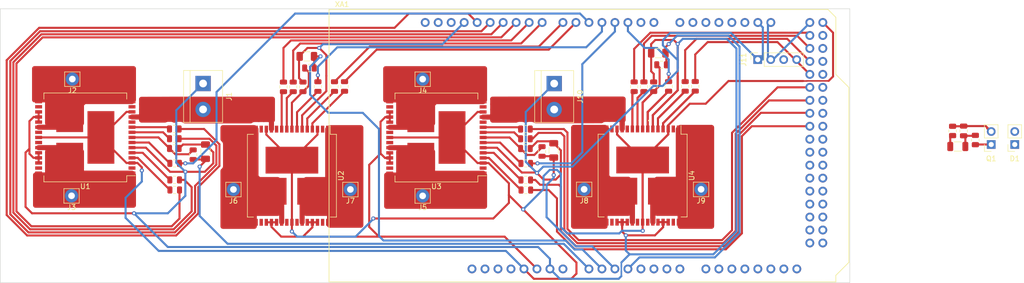
<source format=kicad_pcb>
(kicad_pcb (version 20171130) (host pcbnew "(5.1.7-0-10_14)")
  (layers (0 F.Cu signal) (31 B.Cu signal) (34 B.Paste user) (35 F.Paste user) (36 B.SilkS user) (37 F.SilkS user) (38 B.Mask user) (39 F.Mask user) (44 Edge.Cuts user))
  (net 0 "")
  (net 1 GND)
  (net 2 /one_dirver/out_b)
  (net 3 /one_dirver/out_a)
  (net 4 "Net-(R1-Pad1)")
  (net 5 "Net-(R3-Pad1)")
  (net 6 "Net-(R4-Pad1)")
  (net 7 "Net-(R5-Pad1)")
  (net 8 "Net-(R6-Pad1)")
  (net 9 "Net-(R7-Pad1)")
  (net 10 +5V)
  (net 11 "Net-(U1-Pad29)")
  (net 12 "Net-(U1-Pad2)")
  (net 13 "Net-(U1-Pad24)")
  (net 14 "Net-(U1-Pad22)")
  (net 15 "Net-(U1-Pad11)")
  (net 16 "Net-(U1-Pad17)")
  (net 17 "Net-(U1-Pad14)")
  (net 18 "Net-(XA1-PadD53)")
  (net 19 "Net-(XA1-PadD52)")
  (net 20 "Net-(XA1-PadD51)")
  (net 21 "Net-(XA1-PadD50)")
  (net 22 "Net-(XA1-PadD49)")
  (net 23 "Net-(XA1-PadD48)")
  (net 24 "Net-(XA1-PadD47)")
  (net 25 "Net-(XA1-PadD46)")
  (net 26 "Net-(XA1-PadD45)")
  (net 27 "Net-(XA1-PadD44)")
  (net 28 "Net-(XA1-PadD43)")
  (net 29 "Net-(XA1-PadD42)")
  (net 30 "Net-(XA1-PadD41)")
  (net 31 "Net-(XA1-PadD40)")
  (net 32 "Net-(XA1-PadD39)")
  (net 33 "Net-(XA1-PadD38)")
  (net 34 "Net-(XA1-PadCANT)")
  (net 35 "Net-(XA1-PadCANR)")
  (net 36 "Net-(XA1-PadDAC1)")
  (net 37 "Net-(XA1-PadDAC0)")
  (net 38 "Net-(XA1-PadA11)")
  (net 39 "Net-(XA1-PadA10)")
  (net 40 "Net-(XA1-PadA9)")
  (net 41 "Net-(XA1-PadA8)")
  (net 42 "Net-(XA1-PadA7)")
  (net 43 "Net-(XA1-PadA6)")
  (net 44 "Net-(XA1-PadA5)")
  (net 45 "Net-(XA1-PadA4)")
  (net 46 "Net-(XA1-PadAREF)")
  (net 47 "Net-(XA1-PadSDA1)")
  (net 48 "Net-(XA1-PadSCL1)")
  (net 49 "Net-(XA1-PadD1)")
  (net 50 "Net-(XA1-PadD0)")
  (net 51 "Net-(XA1-PadD14)")
  (net 52 "Net-(XA1-PadD15)")
  (net 53 "Net-(XA1-PadD16)")
  (net 54 "Net-(XA1-PadD17)")
  (net 55 "Net-(XA1-PadD18)")
  (net 56 "Net-(XA1-PadD19)")
  (net 57 "Net-(XA1-PadIORF)")
  (net 58 "Net-(XA1-PadRST1)")
  (net 59 "Net-(XA1-Pad3V3)")
  (net 60 "Net-(XA1-PadVIN)")
  (net 61 /motor_right_front_cs)
  (net 62 /motor_right_front_fwd)
  (net 63 /motor_right_front_back)
  (net 64 /motor_right_front_pwm)
  (net 65 /motor_right_front_diag_a)
  (net 66 /motor_right_front_diag_b)
  (net 67 /motor_left_front_cs)
  (net 68 /motor_right_rear_cs)
  (net 69 /motor_left_rear_cs)
  (net 70 /sheet5F8B7955/out_b)
  (net 71 /sheet5F8B7955/out_a)
  (net 72 /sheet5F8AE5F8/out_b)
  (net 73 /sheet5F8AE5F8/out_a)
  (net 74 /sheet5F8B7956/out_b)
  (net 75 /sheet5F8B7956/out_a)
  (net 76 "Net-(R8-Pad1)")
  (net 77 /motor_left_front_fwd)
  (net 78 "Net-(R10-Pad1)")
  (net 79 /motor_left_front_back)
  (net 80 "Net-(R11-Pad1)")
  (net 81 /motor_left_front_pwm)
  (net 82 "Net-(R12-Pad1)")
  (net 83 /motor_left_front_diag_a)
  (net 84 "Net-(R13-Pad1)")
  (net 85 /motor_left_front_diag_b)
  (net 86 "Net-(R14-Pad1)")
  (net 87 "Net-(R15-Pad1)")
  (net 88 /motor_right_rear_fwd)
  (net 89 "Net-(R17-Pad1)")
  (net 90 /motor_right_rear_back)
  (net 91 "Net-(R18-Pad1)")
  (net 92 /motor_right_rear_pwm)
  (net 93 "Net-(R19-Pad1)")
  (net 94 /motor_right_rear_diag_a)
  (net 95 "Net-(R20-Pad1)")
  (net 96 /motor_right_rear_diag_b)
  (net 97 "Net-(R21-Pad1)")
  (net 98 "Net-(R22-Pad1)")
  (net 99 /motor_left_rear_fwd)
  (net 100 "Net-(R24-Pad1)")
  (net 101 /motor_left_rear_back)
  (net 102 "Net-(R25-Pad1)")
  (net 103 /motor_left_rear_pwm)
  (net 104 "Net-(R26-Pad1)")
  (net 105 /motor_left_rear_diag_a)
  (net 106 "Net-(R27-Pad1)")
  (net 107 /motor_left_rear_diag_b)
  (net 108 "Net-(R28-Pad1)")
  (net 109 "Net-(U2-Pad29)")
  (net 110 "Net-(U2-Pad2)")
  (net 111 "Net-(U2-Pad24)")
  (net 112 "Net-(U2-Pad22)")
  (net 113 "Net-(U2-Pad11)")
  (net 114 "Net-(U2-Pad17)")
  (net 115 "Net-(U2-Pad14)")
  (net 116 "Net-(U3-Pad29)")
  (net 117 "Net-(U3-Pad2)")
  (net 118 "Net-(U3-Pad24)")
  (net 119 "Net-(U3-Pad22)")
  (net 120 "Net-(U3-Pad11)")
  (net 121 "Net-(U3-Pad17)")
  (net 122 "Net-(U3-Pad14)")
  (net 123 "Net-(U4-Pad29)")
  (net 124 "Net-(U4-Pad2)")
  (net 125 "Net-(U4-Pad24)")
  (net 126 "Net-(U4-Pad22)")
  (net 127 "Net-(U4-Pad11)")
  (net 128 "Net-(U4-Pad17)")
  (net 129 "Net-(U4-Pad14)")
  (net 130 /bat_front+)
  (net 131 /bat_rear+)
  (net 132 "Net-(XA1-PadD37)")
  (net 133 "Net-(XA1-PadD35)")
  (net 134 "Net-(XA1-PadD29)")
  (net 135 "Net-(XA1-PadD27)")
  (net 136 "Net-(XA1-PadD33)")
  (net 137 "Net-(XA1-PadD25)")
  (net 138 "Net-(XA1-PadD31)")
  (net 139 "Net-(XA1-PadD23)")
  (net 140 i2c_sda)
  (net 141 i2c_scl)
  (net 142 "Net-(C5-Pad1)")
  (net 143 /front_right_encoder/out)
  (net 144 +3V3)
  (net 145 "Net-(Q1-Pad1)")
  (module Resistor_SMD:R_0805_2012Metric (layer F.Cu) (at 219.075 48.26 90)
    (fp_text reference R30 hide)
    (fp_text value 2M hide)
    (pad 2 smd roundrect (at 0.9125 0 90) (size 1.025 1.4) (layers F.Cu F.Paste F.Mask) (roundrect_rratio 0.243902) (net 1 GND))
    (pad 1 smd roundrect (at -0.9125 0 90) (size 1.025 1.4) (layers F.Cu F.Paste F.Mask) (roundrect_rratio 0.243902) (net 143 /front_right_encoder/out))
  )
  (module Resistor_SMD:R_0805_2012Metric (layer F.Cu) (at 223.52 50.038 270)
    (fp_text reference Re hide)
    (fp_text value 2M hide)
    (pad 2 smd roundrect (at 0.9125 0 270) (size 1.025 1.4) (layers F.Cu F.Paste F.Mask) (roundrect_rratio 0.243902) (net 145 "Net-(Q1-Pad1)"))
    (pad 1 smd roundrect (at -0.9125 0 270) (size 1.025 1.4) (layers F.Cu F.Paste F.Mask) (roundrect_rratio 0.243902) (net 142 "Net-(C5-Pad1)"))
  )
  (module Connector_PinSocket_2.54mm:PinSocket_1x02_P2.54mm_Vertical (layer F.Cu) (at 226.623 50.917 180)
    (fp_text reference Q1 (at 0 -2.77) (layer F.SilkS))
    (fp_text value Q_Photo_NPN)
    (pad 2 thru_hole oval (at 0 2.54 180) (size 1.7 1.7) (drill 1) (layers *.Cu *.Mask) (net 1 GND))
    (pad 1 thru_hole rect (at 0 0 180) (size 1.7 1.7) (drill 1) (layers *.Cu *.Mask) (net 145 "Net-(Q1-Pad1)"))
  )
  (module Connector_PinSocket_2.54mm:PinSocket_1x04_P2.54mm_Vertical (layer F.Cu) (at 180.975 34.29 90)
    (fp_text reference J11 (at 0 -2.77 90) (layer F.SilkS))
    (fp_text value Conn_01x04)
    (pad 4 thru_hole oval (at 0 7.62 90) (size 1.7 1.7) (drill 1) (layers *.Cu *.Mask) (net 10 +5V))
    (pad 3 thru_hole oval (at 0 5.08 90) (size 1.7 1.7) (drill 1) (layers *.Cu *.Mask) (net 140 i2c_sda))
    (pad 2 thru_hole oval (at 0 2.54 90) (size 1.7 1.7) (drill 1) (layers *.Cu *.Mask) (net 141 i2c_scl))
    (pad 1 thru_hole rect (at 0 0 90) (size 1.7 1.7) (drill 1) (layers *.Cu *.Mask) (net 1 GND))
  )
  (module Connector_PinSocket_2.54mm:PinSocket_1x02_P2.54mm_Vertical (layer F.Cu) (at 231.223 50.917 180)
    (fp_text reference D1 (at 0 -2.77) (layer F.SilkS))
    (fp_text value LED)
    (pad 2 thru_hole oval (at 0 2.54 180) (size 1.7 1.7) (drill 1) (layers *.Cu *.Mask) (net 144 +3V3))
    (pad 1 thru_hole rect (at 0 0 180) (size 1.7 1.7) (drill 1) (layers *.Cu *.Mask) (net 1 GND))
  )
  (module Capacitor_SMD:C_1206_3216Metric (layer F.Cu) (at 220.091 51.308)
    (fp_text reference C6 hide)
    (fp_text value 82nF hide)
    (pad 2 smd roundrect (at 1.475 0) (size 1.15 1.8) (layers F.Cu F.Paste F.Mask) (roundrect_rratio 0.217391) (net 142 "Net-(C5-Pad1)"))
    (pad 1 smd roundrect (at -1.475 0) (size 1.15 1.8) (layers F.Cu F.Paste F.Mask) (roundrect_rratio 0.217391) (net 143 /front_right_encoder/out))
  )
  (module Capacitor_SMD:C_0805_2012Metric (layer F.Cu) (at 221.234 48.26 90)
    (fp_text reference C5 hide)
    (fp_text value 300pF hide)
    (pad 2 smd roundrect (at 0.95 0 90) (size 1 1.45) (layers F.Cu F.Paste F.Mask) (net 1 GND))
    (pad 1 smd roundrect (at -0.95 0 90) (size 1 1.45) (layers F.Cu F.Paste F.Mask) (net 142 "Net-(C5-Pad1)"))
  )
  (module Arduino:Arduino_Due_Shield (layer F.Cu) (at 97.1804 77.82306)
    (fp_text reference XA1 (at 2.54 -54.356) (layer F.SilkS))
    (fp_text value Arduino_Due_Shield)
    (fp_text user . (at 62.484 -32.004) (layer F.SilkS))
    (pad GND6 thru_hole oval (at 96.52 -7.62) (size 1.7272 1.7272) (drill 1.016) (layers *.Cu *.Mask) (net 1 GND))
    (pad GND5 thru_hole oval (at 93.98 -7.62) (size 1.7272 1.7272) (drill 1.016) (layers *.Cu *.Mask) (net 1 GND))
    (pad D53 thru_hole oval (at 96.52 -10.16) (size 1.7272 1.7272) (drill 1.016) (layers *.Cu *.Mask) (net 18 "Net-(XA1-PadD53)"))
    (pad D52 thru_hole oval (at 93.98 -10.16) (size 1.7272 1.7272) (drill 1.016) (layers *.Cu *.Mask) (net 19 "Net-(XA1-PadD52)"))
    (pad D51 thru_hole oval (at 96.52 -12.7) (size 1.7272 1.7272) (drill 1.016) (layers *.Cu *.Mask) (net 20 "Net-(XA1-PadD51)"))
    (pad D50 thru_hole oval (at 93.98 -12.7) (size 1.7272 1.7272) (drill 1.016) (layers *.Cu *.Mask) (net 21 "Net-(XA1-PadD50)"))
    (pad D49 thru_hole oval (at 96.52 -15.24) (size 1.7272 1.7272) (drill 1.016) (layers *.Cu *.Mask) (net 22 "Net-(XA1-PadD49)"))
    (pad D48 thru_hole oval (at 93.98 -15.24) (size 1.7272 1.7272) (drill 1.016) (layers *.Cu *.Mask) (net 23 "Net-(XA1-PadD48)"))
    (pad D47 thru_hole oval (at 96.52 -17.78) (size 1.7272 1.7272) (drill 1.016) (layers *.Cu *.Mask) (net 24 "Net-(XA1-PadD47)"))
    (pad D46 thru_hole oval (at 93.98 -17.78) (size 1.7272 1.7272) (drill 1.016) (layers *.Cu *.Mask) (net 25 "Net-(XA1-PadD46)"))
    (pad D45 thru_hole oval (at 96.52 -20.32) (size 1.7272 1.7272) (drill 1.016) (layers *.Cu *.Mask) (net 26 "Net-(XA1-PadD45)"))
    (pad D44 thru_hole oval (at 93.98 -20.32) (size 1.7272 1.7272) (drill 1.016) (layers *.Cu *.Mask) (net 27 "Net-(XA1-PadD44)"))
    (pad D43 thru_hole oval (at 96.52 -22.86) (size 1.7272 1.7272) (drill 1.016) (layers *.Cu *.Mask) (net 28 "Net-(XA1-PadD43)"))
    (pad D42 thru_hole oval (at 93.98 -22.86) (size 1.7272 1.7272) (drill 1.016) (layers *.Cu *.Mask) (net 29 "Net-(XA1-PadD42)"))
    (pad D41 thru_hole oval (at 96.52 -25.4) (size 1.7272 1.7272) (drill 1.016) (layers *.Cu *.Mask) (net 30 "Net-(XA1-PadD41)"))
    (pad D40 thru_hole oval (at 93.98 -25.4) (size 1.7272 1.7272) (drill 1.016) (layers *.Cu *.Mask) (net 31 "Net-(XA1-PadD40)"))
    (pad D39 thru_hole oval (at 96.52 -27.94) (size 1.7272 1.7272) (drill 1.016) (layers *.Cu *.Mask) (net 32 "Net-(XA1-PadD39)"))
    (pad D38 thru_hole oval (at 93.98 -27.94) (size 1.7272 1.7272) (drill 1.016) (layers *.Cu *.Mask) (net 33 "Net-(XA1-PadD38)"))
    (pad D37 thru_hole oval (at 96.52 -30.48) (size 1.7272 1.7272) (drill 1.016) (layers *.Cu *.Mask) (net 132 "Net-(XA1-PadD37)"))
    (pad D36 thru_hole oval (at 93.98 -30.48) (size 1.7272 1.7272) (drill 1.016) (layers *.Cu *.Mask) (net 88 /motor_right_rear_fwd))
    (pad D35 thru_hole oval (at 96.52 -33.02) (size 1.7272 1.7272) (drill 1.016) (layers *.Cu *.Mask) (net 133 "Net-(XA1-PadD35)"))
    (pad D34 thru_hole oval (at 93.98 -33.02) (size 1.7272 1.7272) (drill 1.016) (layers *.Cu *.Mask) (net 94 /motor_right_rear_diag_a))
    (pad D33 thru_hole oval (at 96.52 -35.56) (size 1.7272 1.7272) (drill 1.016) (layers *.Cu *.Mask) (net 136 "Net-(XA1-PadD33)"))
    (pad D32 thru_hole oval (at 93.98 -35.56) (size 1.7272 1.7272) (drill 1.016) (layers *.Cu *.Mask) (net 96 /motor_right_rear_diag_b))
    (pad D31 thru_hole oval (at 96.52 -38.1) (size 1.7272 1.7272) (drill 1.016) (layers *.Cu *.Mask) (net 138 "Net-(XA1-PadD31)"))
    (pad D30 thru_hole oval (at 93.98 -38.1) (size 1.7272 1.7272) (drill 1.016) (layers *.Cu *.Mask) (net 90 /motor_right_rear_back))
    (pad D29 thru_hole oval (at 96.52 -40.64) (size 1.7272 1.7272) (drill 1.016) (layers *.Cu *.Mask) (net 134 "Net-(XA1-PadD29)"))
    (pad D28 thru_hole oval (at 93.98 -40.64) (size 1.7272 1.7272) (drill 1.016) (layers *.Cu *.Mask) (net 99 /motor_left_rear_fwd))
    (pad D27 thru_hole oval (at 96.52 -43.18) (size 1.7272 1.7272) (drill 1.016) (layers *.Cu *.Mask) (net 135 "Net-(XA1-PadD27)"))
    (pad D26 thru_hole oval (at 93.98 -43.18) (size 1.7272 1.7272) (drill 1.016) (layers *.Cu *.Mask) (net 105 /motor_left_rear_diag_a))
    (pad D25 thru_hole oval (at 96.52 -45.72) (size 1.7272 1.7272) (drill 1.016) (layers *.Cu *.Mask) (net 137 "Net-(XA1-PadD25)"))
    (pad D24 thru_hole oval (at 93.98 -45.72) (size 1.7272 1.7272) (drill 1.016) (layers *.Cu *.Mask) (net 107 /motor_left_rear_diag_b))
    (pad D23 thru_hole oval (at 96.52 -48.26) (size 1.7272 1.7272) (drill 1.016) (layers *.Cu *.Mask) (net 139 "Net-(XA1-PadD23)"))
    (pad D22 thru_hole oval (at 93.98 -48.26) (size 1.7272 1.7272) (drill 1.016) (layers *.Cu *.Mask) (net 101 /motor_left_rear_back))
    (pad 5V4 thru_hole oval (at 96.52 -50.8) (size 1.7272 1.7272) (drill 1.016) (layers *.Cu *.Mask) (net 10 +5V))
    (pad 5V3 thru_hole oval (at 93.98 -50.8) (size 1.7272 1.7272) (drill 1.016) (layers *.Cu *.Mask) (net 10 +5V))
    (pad CANT thru_hole oval (at 91.44 -2.54) (size 1.7272 1.7272) (drill 1.016) (layers *.Cu *.Mask) (net 34 "Net-(XA1-PadCANT)"))
    (pad CANR thru_hole oval (at 88.9 -2.54) (size 1.7272 1.7272) (drill 1.016) (layers *.Cu *.Mask) (net 35 "Net-(XA1-PadCANR)"))
    (pad DAC1 thru_hole oval (at 86.36 -2.54) (size 1.7272 1.7272) (drill 1.016) (layers *.Cu *.Mask) (net 36 "Net-(XA1-PadDAC1)"))
    (pad DAC0 thru_hole oval (at 83.82 -2.54) (size 1.7272 1.7272) (drill 1.016) (layers *.Cu *.Mask) (net 37 "Net-(XA1-PadDAC0)"))
    (pad A11 thru_hole oval (at 81.28 -2.54) (size 1.7272 1.7272) (drill 1.016) (layers *.Cu *.Mask) (net 38 "Net-(XA1-PadA11)"))
    (pad A10 thru_hole oval (at 78.74 -2.54) (size 1.7272 1.7272) (drill 1.016) (layers *.Cu *.Mask) (net 39 "Net-(XA1-PadA10)"))
    (pad A9 thru_hole oval (at 76.2 -2.54) (size 1.7272 1.7272) (drill 1.016) (layers *.Cu *.Mask) (net 40 "Net-(XA1-PadA9)"))
    (pad A8 thru_hole oval (at 73.66 -2.54) (size 1.7272 1.7272) (drill 1.016) (layers *.Cu *.Mask) (net 41 "Net-(XA1-PadA8)"))
    (pad A7 thru_hole oval (at 68.58 -2.54) (size 1.7272 1.7272) (drill 1.016) (layers *.Cu *.Mask) (net 42 "Net-(XA1-PadA7)"))
    (pad A6 thru_hole oval (at 66.04 -2.54) (size 1.7272 1.7272) (drill 1.016) (layers *.Cu *.Mask) (net 43 "Net-(XA1-PadA6)"))
    (pad A5 thru_hole oval (at 63.5 -2.54) (size 1.7272 1.7272) (drill 1.016) (layers *.Cu *.Mask) (net 44 "Net-(XA1-PadA5)"))
    (pad A4 thru_hole oval (at 60.96 -2.54) (size 1.7272 1.7272) (drill 1.016) (layers *.Cu *.Mask) (net 45 "Net-(XA1-PadA4)"))
    (pad A3 thru_hole oval (at 58.42 -2.54) (size 1.7272 1.7272) (drill 1.016) (layers *.Cu *.Mask) (net 69 /motor_left_rear_cs))
    (pad A2 thru_hole oval (at 55.88 -2.54) (size 1.7272 1.7272) (drill 1.016) (layers *.Cu *.Mask) (net 68 /motor_right_rear_cs))
    (pad A1 thru_hole oval (at 53.34 -2.54) (size 1.7272 1.7272) (drill 1.016) (layers *.Cu *.Mask) (net 67 /motor_left_front_cs))
    (pad "" thru_hole oval (at 27.94 -2.54) (size 1.7272 1.7272) (drill 1.016) (layers *.Cu *.Mask))
    (pad D11 thru_hole oval (at 34.036 -50.8) (size 1.7272 1.7272) (drill 1.016) (layers *.Cu *.Mask) (net 65 /motor_right_front_diag_a))
    (pad D12 thru_hole oval (at 31.496 -50.8) (size 1.7272 1.7272) (drill 1.016) (layers *.Cu *.Mask) (net 66 /motor_right_front_diag_b))
    (pad D13 thru_hole oval (at 28.956 -50.8) (size 1.7272 1.7272) (drill 1.016) (layers *.Cu *.Mask) (net 63 /motor_right_front_back))
    (pad AREF thru_hole oval (at 23.876 -50.8) (size 1.7272 1.7272) (drill 1.016) (layers *.Cu *.Mask) (net 46 "Net-(XA1-PadAREF)"))
    (pad SDA1 thru_hole oval (at 21.336 -50.8) (size 1.7272 1.7272) (drill 1.016) (layers *.Cu *.Mask) (net 47 "Net-(XA1-PadSDA1)"))
    (pad SCL1 thru_hole oval (at 18.796 -50.8) (size 1.7272 1.7272) (drill 1.016) (layers *.Cu *.Mask) (net 48 "Net-(XA1-PadSCL1)"))
    (pad "" np_thru_hole circle (at 13.97 -2.54) (size 3.2 3.2) (drill 3.2) (layers *.Cu *.Mask))
    (pad "" np_thru_hole circle (at 96.52 -2.54) (size 3.2 3.2) (drill 3.2) (layers *.Cu *.Mask))
    (pad "" np_thru_hole circle (at 90.17 -50.8) (size 3.2 3.2) (drill 3.2) (layers *.Cu *.Mask))
    (pad D10 thru_hole oval (at 36.576 -50.8) (size 1.7272 1.7272) (drill 1.016) (layers *.Cu *.Mask) (net 62 /motor_right_front_fwd))
    (pad D9 thru_hole oval (at 39.116 -50.8) (size 1.7272 1.7272) (drill 1.016) (layers *.Cu *.Mask) (net 79 /motor_left_front_back))
    (pad D8 thru_hole oval (at 41.656 -50.8) (size 1.7272 1.7272) (drill 1.016) (layers *.Cu *.Mask) (net 85 /motor_left_front_diag_b))
    (pad GND1 thru_hole oval (at 26.416 -50.8) (size 1.7272 1.7272) (drill 1.016) (layers *.Cu *.Mask) (net 1 GND))
    (pad D7 thru_hole oval (at 45.72 -50.8) (size 1.7272 1.7272) (drill 1.016) (layers *.Cu *.Mask) (net 83 /motor_left_front_diag_a))
    (pad D6 thru_hole oval (at 48.26 -50.8) (size 1.7272 1.7272) (drill 1.016) (layers *.Cu *.Mask) (net 77 /motor_left_front_fwd))
    (pad D5 thru_hole oval (at 50.8 -50.8) (size 1.7272 1.7272) (drill 1.016) (layers *.Cu *.Mask) (net 64 /motor_right_front_pwm))
    (pad D4 thru_hole oval (at 53.34 -50.8) (size 1.7272 1.7272) (drill 1.016) (layers *.Cu *.Mask) (net 81 /motor_left_front_pwm))
    (pad D3 thru_hole oval (at 55.88 -50.8) (size 1.7272 1.7272) (drill 1.016) (layers *.Cu *.Mask) (net 92 /motor_right_rear_pwm))
    (pad D2 thru_hole oval (at 58.42 -50.8) (size 1.7272 1.7272) (drill 1.016) (layers *.Cu *.Mask) (net 103 /motor_left_rear_pwm))
    (pad D1 thru_hole oval (at 60.96 -50.8) (size 1.7272 1.7272) (drill 1.016) (layers *.Cu *.Mask) (net 49 "Net-(XA1-PadD1)"))
    (pad D0 thru_hole oval (at 63.5 -50.8) (size 1.7272 1.7272) (drill 1.016) (layers *.Cu *.Mask) (net 50 "Net-(XA1-PadD0)"))
    (pad D14 thru_hole oval (at 68.58 -50.8) (size 1.7272 1.7272) (drill 1.016) (layers *.Cu *.Mask) (net 51 "Net-(XA1-PadD14)"))
    (pad D15 thru_hole oval (at 71.12 -50.8) (size 1.7272 1.7272) (drill 1.016) (layers *.Cu *.Mask) (net 52 "Net-(XA1-PadD15)"))
    (pad D16 thru_hole oval (at 73.66 -50.8) (size 1.7272 1.7272) (drill 1.016) (layers *.Cu *.Mask) (net 53 "Net-(XA1-PadD16)"))
    (pad D17 thru_hole oval (at 76.2 -50.8) (size 1.7272 1.7272) (drill 1.016) (layers *.Cu *.Mask) (net 54 "Net-(XA1-PadD17)"))
    (pad D18 thru_hole oval (at 78.74 -50.8) (size 1.7272 1.7272) (drill 1.016) (layers *.Cu *.Mask) (net 55 "Net-(XA1-PadD18)"))
    (pad D19 thru_hole oval (at 81.28 -50.8) (size 1.7272 1.7272) (drill 1.016) (layers *.Cu *.Mask) (net 56 "Net-(XA1-PadD19)"))
    (pad D20 thru_hole oval (at 83.82 -50.8) (size 1.7272 1.7272) (drill 1.016) (layers *.Cu *.Mask) (net 141 i2c_scl))
    (pad D21 thru_hole oval (at 86.36 -50.8) (size 1.7272 1.7272) (drill 1.016) (layers *.Cu *.Mask) (net 140 i2c_sda))
    (pad IORF thru_hole oval (at 30.48 -2.54) (size 1.7272 1.7272) (drill 1.016) (layers *.Cu *.Mask) (net 57 "Net-(XA1-PadIORF)"))
    (pad RST1 thru_hole oval (at 33.02 -2.54) (size 1.7272 1.7272) (drill 1.016) (layers *.Cu *.Mask) (net 58 "Net-(XA1-PadRST1)"))
    (pad 3V3 thru_hole oval (at 35.56 -2.54) (size 1.7272 1.7272) (drill 1.016) (layers *.Cu *.Mask) (net 59 "Net-(XA1-Pad3V3)"))
    (pad 5V1 thru_hole oval (at 38.1 -2.54) (size 1.7272 1.7272) (drill 1.016) (layers *.Cu *.Mask) (net 10 +5V))
    (pad GND2 thru_hole oval (at 40.64 -2.54) (size 1.7272 1.7272) (drill 1.016) (layers *.Cu *.Mask) (net 1 GND))
    (pad GND3 thru_hole oval (at 43.18 -2.54) (size 1.7272 1.7272) (drill 1.016) (layers *.Cu *.Mask) (net 1 GND))
    (pad VIN thru_hole oval (at 45.72 -2.54) (size 1.7272 1.7272) (drill 1.016) (layers *.Cu *.Mask) (net 60 "Net-(XA1-PadVIN)"))
    (pad A0 thru_hole oval (at 50.8 -2.54) (size 1.7272 1.7272) (drill 1.016) (layers *.Cu *.Mask) (net 61 /motor_right_front_cs))
  )
  (module TerminalBlock:TerminalBlock_bornier-2_P5.08mm (layer F.Cu) (at 141.18964 38.98346 270)
    (fp_text reference J10 (at 2.54 -5.08 90) (layer F.SilkS))
    (fp_text value batery_connector)
    (pad 2 thru_hole circle (at 5.08 0 270) (size 3 3) (drill 1.52) (layers *.Cu *.Mask) (net 131 /bat_rear+))
    (pad 1 thru_hole rect (at 0 0 270) (size 3 3) (drill 1.52) (layers *.Cu *.Mask) (net 1 GND))
  )
  (module Package_SO:ST_MultiPowerSO-30 (layer F.Cu) (at 158.47648 57.00014 270)
    (fp_text reference U4 (at 0 -9.6 270) (layer F.SilkS))
    (fp_text value VNH5019A-E)
    (pad 33 smd rect (at 3.05 -4.165 270) (size 5.25 6.23) (layers F.Cu F.Paste F.Mask) (net 75 /sheet5F8B7956/out_a))
    (pad 31 smd rect (at -3.05 0 270) (size 5.25 10.3) (layers F.Cu F.Paste F.Mask) (net 10 +5V))
    (pad 30 smd rect (at 9.125 -7 180) (size 0.66 1.35) (layers F.Cu F.Paste F.Mask) (net 75 /sheet5F8B7956/out_a))
    (pad 1 smd rect (at -9.125 -7 180) (size 0.66 1.35) (layers F.Cu F.Paste F.Mask) (net 75 /sheet5F8B7956/out_a))
    (pad 29 smd rect (at 9.125 -6 180) (size 0.66 1.35) (layers F.Cu F.Paste F.Mask) (net 123 "Net-(U4-Pad29)"))
    (pad 2 smd rect (at -9.125 -6 180) (size 0.66 1.35) (layers F.Cu F.Paste F.Mask) (net 124 "Net-(U4-Pad2)"))
    (pad 28 smd rect (at 9.125 -5 180) (size 0.66 1.35) (layers F.Cu F.Paste F.Mask) (net 1 GND))
    (pad 3 smd rect (at -9.125 -5 180) (size 0.66 1.35) (layers F.Cu F.Paste F.Mask) (net 10 +5V))
    (pad 27 smd rect (at 9.125 -4 180) (size 0.66 1.35) (layers F.Cu F.Paste F.Mask) (net 1 GND))
    (pad 4 smd rect (at -9.125 -4 180) (size 0.66 1.35) (layers F.Cu F.Paste F.Mask) (net 100 "Net-(R24-Pad1)"))
    (pad 26 smd rect (at 9.125 -3 180) (size 0.66 1.35) (layers F.Cu F.Paste F.Mask) (net 1 GND))
    (pad 5 smd rect (at -9.125 -3 180) (size 0.66 1.35) (layers F.Cu F.Paste F.Mask) (net 106 "Net-(R27-Pad1)"))
    (pad 25 smd rect (at 9.125 -2 180) (size 0.66 1.35) (layers F.Cu F.Paste F.Mask) (net 75 /sheet5F8B7956/out_a))
    (pad 6 smd rect (at -9.125 -2 180) (size 0.66 1.35) (layers F.Cu F.Paste F.Mask) (net 1 GND))
    (pad 24 smd rect (at 9.125 -1 180) (size 0.66 1.35) (layers F.Cu F.Paste F.Mask) (net 125 "Net-(U4-Pad24)"))
    (pad 7 smd rect (at -9.125 -1 180) (size 0.66 1.35) (layers F.Cu F.Paste F.Mask) (net 104 "Net-(R26-Pad1)"))
    (pad 23 smd rect (at 9.125 0 180) (size 0.66 1.35) (layers F.Cu F.Paste F.Mask) (net 10 +5V))
    (pad 8 smd rect (at -9.125 0 180) (size 0.66 1.35) (layers F.Cu F.Paste F.Mask) (net 98 "Net-(R22-Pad1)"))
    (pad 22 smd rect (at 9.125 1 180) (size 0.66 1.35) (layers F.Cu F.Paste F.Mask) (net 126 "Net-(U4-Pad22)"))
    (pad 9 smd rect (at -9.125 1 180) (size 0.66 1.35) (layers F.Cu F.Paste F.Mask) (net 108 "Net-(R28-Pad1)"))
    (pad 21 smd rect (at 9.125 2 180) (size 0.66 1.35) (layers F.Cu F.Paste F.Mask) (net 74 /sheet5F8B7956/out_b))
    (pad 10 smd rect (at -9.125 2 180) (size 0.66 1.35) (layers F.Cu F.Paste F.Mask) (net 102 "Net-(R25-Pad1)"))
    (pad 20 smd rect (at 9.125 3 180) (size 0.66 1.35) (layers F.Cu F.Paste F.Mask) (net 1 GND))
    (pad 11 smd rect (at -9.125 3 180) (size 0.66 1.35) (layers F.Cu F.Paste F.Mask) (net 127 "Net-(U4-Pad11)"))
    (pad 19 smd rect (at 9.125 4 180) (size 0.66 1.35) (layers F.Cu F.Paste F.Mask) (net 1 GND))
    (pad 12 smd rect (at -9.125 4 180) (size 0.66 1.35) (layers F.Cu F.Paste F.Mask) (net 131 /bat_rear+))
    (pad 18 smd rect (at 9.125 5 180) (size 0.66 1.35) (layers F.Cu F.Paste F.Mask) (net 1 GND))
    (pad 13 smd rect (at -9.125 5 180) (size 0.66 1.35) (layers F.Cu F.Paste F.Mask) (net 10 +5V))
    (pad 17 smd rect (at 9.125 6 180) (size 0.66 1.35) (layers F.Cu F.Paste F.Mask) (net 128 "Net-(U4-Pad17)"))
    (pad 14 smd rect (at -9.125 6 180) (size 0.66 1.35) (layers F.Cu F.Paste F.Mask) (net 129 "Net-(U4-Pad14)"))
    (pad 16 smd rect (at 9.125 7 180) (size 0.66 1.35) (layers F.Cu F.Paste F.Mask) (net 74 /sheet5F8B7956/out_b))
    (pad 15 smd rect (at -9.125 7 180) (size 0.66 1.35) (layers F.Cu F.Paste F.Mask) (net 74 /sheet5F8B7956/out_b))
    (pad 32 smd rect (at 3.05 4.165 270) (size 5.25 6.23) (layers F.Cu F.Paste F.Mask) (net 74 /sheet5F8B7956/out_b))
  )
  (module Package_SO:ST_MultiPowerSO-30 (layer F.Cu) (at 118.16708 49.54478 180)
    (fp_text reference U3 (at 0 -9.6 180) (layer F.SilkS))
    (fp_text value VNH5019A-E)
    (pad 33 smd rect (at 3.05 -4.165 180) (size 5.25 6.23) (layers F.Cu F.Paste F.Mask) (net 71 /sheet5F8B7955/out_a))
    (pad 31 smd rect (at -3.05 0 180) (size 5.25 10.3) (layers F.Cu F.Paste F.Mask) (net 10 +5V))
    (pad 30 smd rect (at 9.125 -7 90) (size 0.66 1.35) (layers F.Cu F.Paste F.Mask) (net 71 /sheet5F8B7955/out_a))
    (pad 1 smd rect (at -9.125 -7 90) (size 0.66 1.35) (layers F.Cu F.Paste F.Mask) (net 71 /sheet5F8B7955/out_a))
    (pad 29 smd rect (at 9.125 -6 90) (size 0.66 1.35) (layers F.Cu F.Paste F.Mask) (net 116 "Net-(U3-Pad29)"))
    (pad 2 smd rect (at -9.125 -6 90) (size 0.66 1.35) (layers F.Cu F.Paste F.Mask) (net 117 "Net-(U3-Pad2)"))
    (pad 28 smd rect (at 9.125 -5 90) (size 0.66 1.35) (layers F.Cu F.Paste F.Mask) (net 1 GND))
    (pad 3 smd rect (at -9.125 -5 90) (size 0.66 1.35) (layers F.Cu F.Paste F.Mask) (net 10 +5V))
    (pad 27 smd rect (at 9.125 -4 90) (size 0.66 1.35) (layers F.Cu F.Paste F.Mask) (net 1 GND))
    (pad 4 smd rect (at -9.125 -4 90) (size 0.66 1.35) (layers F.Cu F.Paste F.Mask) (net 89 "Net-(R17-Pad1)"))
    (pad 26 smd rect (at 9.125 -3 90) (size 0.66 1.35) (layers F.Cu F.Paste F.Mask) (net 1 GND))
    (pad 5 smd rect (at -9.125 -3 90) (size 0.66 1.35) (layers F.Cu F.Paste F.Mask) (net 95 "Net-(R20-Pad1)"))
    (pad 25 smd rect (at 9.125 -2 90) (size 0.66 1.35) (layers F.Cu F.Paste F.Mask) (net 71 /sheet5F8B7955/out_a))
    (pad 6 smd rect (at -9.125 -2 90) (size 0.66 1.35) (layers F.Cu F.Paste F.Mask) (net 1 GND))
    (pad 24 smd rect (at 9.125 -1 90) (size 0.66 1.35) (layers F.Cu F.Paste F.Mask) (net 118 "Net-(U3-Pad24)"))
    (pad 7 smd rect (at -9.125 -1 90) (size 0.66 1.35) (layers F.Cu F.Paste F.Mask) (net 93 "Net-(R19-Pad1)"))
    (pad 23 smd rect (at 9.125 0 90) (size 0.66 1.35) (layers F.Cu F.Paste F.Mask) (net 10 +5V))
    (pad 8 smd rect (at -9.125 0 90) (size 0.66 1.35) (layers F.Cu F.Paste F.Mask) (net 87 "Net-(R15-Pad1)"))
    (pad 22 smd rect (at 9.125 1 90) (size 0.66 1.35) (layers F.Cu F.Paste F.Mask) (net 119 "Net-(U3-Pad22)"))
    (pad 9 smd rect (at -9.125 1 90) (size 0.66 1.35) (layers F.Cu F.Paste F.Mask) (net 97 "Net-(R21-Pad1)"))
    (pad 21 smd rect (at 9.125 2 90) (size 0.66 1.35) (layers F.Cu F.Paste F.Mask) (net 70 /sheet5F8B7955/out_b))
    (pad 10 smd rect (at -9.125 2 90) (size 0.66 1.35) (layers F.Cu F.Paste F.Mask) (net 91 "Net-(R18-Pad1)"))
    (pad 20 smd rect (at 9.125 3 90) (size 0.66 1.35) (layers F.Cu F.Paste F.Mask) (net 1 GND))
    (pad 11 smd rect (at -9.125 3 90) (size 0.66 1.35) (layers F.Cu F.Paste F.Mask) (net 120 "Net-(U3-Pad11)"))
    (pad 19 smd rect (at 9.125 4 90) (size 0.66 1.35) (layers F.Cu F.Paste F.Mask) (net 1 GND))
    (pad 12 smd rect (at -9.125 4 90) (size 0.66 1.35) (layers F.Cu F.Paste F.Mask) (net 131 /bat_rear+))
    (pad 18 smd rect (at 9.125 5 90) (size 0.66 1.35) (layers F.Cu F.Paste F.Mask) (net 1 GND))
    (pad 13 smd rect (at -9.125 5 90) (size 0.66 1.35) (layers F.Cu F.Paste F.Mask) (net 10 +5V))
    (pad 17 smd rect (at 9.125 6 90) (size 0.66 1.35) (layers F.Cu F.Paste F.Mask) (net 121 "Net-(U3-Pad17)"))
    (pad 14 smd rect (at -9.125 6 90) (size 0.66 1.35) (layers F.Cu F.Paste F.Mask) (net 122 "Net-(U3-Pad14)"))
    (pad 16 smd rect (at 9.125 7 90) (size 0.66 1.35) (layers F.Cu F.Paste F.Mask) (net 70 /sheet5F8B7955/out_b))
    (pad 15 smd rect (at -9.125 7 90) (size 0.66 1.35) (layers F.Cu F.Paste F.Mask) (net 70 /sheet5F8B7955/out_b))
    (pad 32 smd rect (at 3.05 4.165 180) (size 5.25 6.23) (layers F.Cu F.Paste F.Mask) (net 70 /sheet5F8B7955/out_b))
  )
  (module Package_SO:ST_MultiPowerSO-30 (layer F.Cu) (at 89.91808 57.02808 270)
    (fp_text reference U2 (at 0 -9.6 270) (layer F.SilkS))
    (fp_text value VNH5019A-E)
    (pad 33 smd rect (at 3.05 -4.165 270) (size 5.25 6.23) (layers F.Cu F.Paste F.Mask) (net 73 /sheet5F8AE5F8/out_a))
    (pad 31 smd rect (at -3.05 0 270) (size 5.25 10.3) (layers F.Cu F.Paste F.Mask) (net 10 +5V))
    (pad 30 smd rect (at 9.125 -7 180) (size 0.66 1.35) (layers F.Cu F.Paste F.Mask) (net 73 /sheet5F8AE5F8/out_a))
    (pad 1 smd rect (at -9.125 -7 180) (size 0.66 1.35) (layers F.Cu F.Paste F.Mask) (net 73 /sheet5F8AE5F8/out_a))
    (pad 29 smd rect (at 9.125 -6 180) (size 0.66 1.35) (layers F.Cu F.Paste F.Mask) (net 109 "Net-(U2-Pad29)"))
    (pad 2 smd rect (at -9.125 -6 180) (size 0.66 1.35) (layers F.Cu F.Paste F.Mask) (net 110 "Net-(U2-Pad2)"))
    (pad 28 smd rect (at 9.125 -5 180) (size 0.66 1.35) (layers F.Cu F.Paste F.Mask) (net 1 GND))
    (pad 3 smd rect (at -9.125 -5 180) (size 0.66 1.35) (layers F.Cu F.Paste F.Mask) (net 10 +5V))
    (pad 27 smd rect (at 9.125 -4 180) (size 0.66 1.35) (layers F.Cu F.Paste F.Mask) (net 1 GND))
    (pad 4 smd rect (at -9.125 -4 180) (size 0.66 1.35) (layers F.Cu F.Paste F.Mask) (net 78 "Net-(R10-Pad1)"))
    (pad 26 smd rect (at 9.125 -3 180) (size 0.66 1.35) (layers F.Cu F.Paste F.Mask) (net 1 GND))
    (pad 5 smd rect (at -9.125 -3 180) (size 0.66 1.35) (layers F.Cu F.Paste F.Mask) (net 84 "Net-(R13-Pad1)"))
    (pad 25 smd rect (at 9.125 -2 180) (size 0.66 1.35) (layers F.Cu F.Paste F.Mask) (net 73 /sheet5F8AE5F8/out_a))
    (pad 6 smd rect (at -9.125 -2 180) (size 0.66 1.35) (layers F.Cu F.Paste F.Mask) (net 1 GND))
    (pad 24 smd rect (at 9.125 -1 180) (size 0.66 1.35) (layers F.Cu F.Paste F.Mask) (net 111 "Net-(U2-Pad24)"))
    (pad 7 smd rect (at -9.125 -1 180) (size 0.66 1.35) (layers F.Cu F.Paste F.Mask) (net 82 "Net-(R12-Pad1)"))
    (pad 23 smd rect (at 9.125 0 180) (size 0.66 1.35) (layers F.Cu F.Paste F.Mask) (net 10 +5V))
    (pad 8 smd rect (at -9.125 0 180) (size 0.66 1.35) (layers F.Cu F.Paste F.Mask) (net 76 "Net-(R8-Pad1)"))
    (pad 22 smd rect (at 9.125 1 180) (size 0.66 1.35) (layers F.Cu F.Paste F.Mask) (net 112 "Net-(U2-Pad22)"))
    (pad 9 smd rect (at -9.125 1 180) (size 0.66 1.35) (layers F.Cu F.Paste F.Mask) (net 86 "Net-(R14-Pad1)"))
    (pad 21 smd rect (at 9.125 2 180) (size 0.66 1.35) (layers F.Cu F.Paste F.Mask) (net 72 /sheet5F8AE5F8/out_b))
    (pad 10 smd rect (at -9.125 2 180) (size 0.66 1.35) (layers F.Cu F.Paste F.Mask) (net 80 "Net-(R11-Pad1)"))
    (pad 20 smd rect (at 9.125 3 180) (size 0.66 1.35) (layers F.Cu F.Paste F.Mask) (net 1 GND))
    (pad 11 smd rect (at -9.125 3 180) (size 0.66 1.35) (layers F.Cu F.Paste F.Mask) (net 113 "Net-(U2-Pad11)"))
    (pad 19 smd rect (at 9.125 4 180) (size 0.66 1.35) (layers F.Cu F.Paste F.Mask) (net 1 GND))
    (pad 12 smd rect (at -9.125 4 180) (size 0.66 1.35) (layers F.Cu F.Paste F.Mask) (net 130 /bat_front+))
    (pad 18 smd rect (at 9.125 5 180) (size 0.66 1.35) (layers F.Cu F.Paste F.Mask) (net 1 GND))
    (pad 13 smd rect (at -9.125 5 180) (size 0.66 1.35) (layers F.Cu F.Paste F.Mask) (net 10 +5V))
    (pad 17 smd rect (at 9.125 6 180) (size 0.66 1.35) (layers F.Cu F.Paste F.Mask) (net 114 "Net-(U2-Pad17)"))
    (pad 14 smd rect (at -9.125 6 180) (size 0.66 1.35) (layers F.Cu F.Paste F.Mask) (net 115 "Net-(U2-Pad14)"))
    (pad 16 smd rect (at 9.125 7 180) (size 0.66 1.35) (layers F.Cu F.Paste F.Mask) (net 72 /sheet5F8AE5F8/out_b))
    (pad 15 smd rect (at -9.125 7 180) (size 0.66 1.35) (layers F.Cu F.Paste F.Mask) (net 72 /sheet5F8AE5F8/out_b))
    (pad 32 smd rect (at 3.05 4.165 270) (size 5.25 6.23) (layers F.Cu F.Paste F.Mask) (net 72 /sheet5F8AE5F8/out_b))
  )
  (module Resistor_SMD:R_0805_2012Metric (layer F.Cu) (at 158.73048 39.60114 90)
    (fp_text reference R28 hide)
    (fp_text value 1K hide)
    (pad 2 smd roundrect (at 0.9375 0 90) (size 0.975 1.4) (layers F.Cu F.Paste F.Mask) (net 107 /motor_left_rear_diag_b))
    (pad 1 smd roundrect (at -0.9375 0 90) (size 0.975 1.4) (layers F.Cu F.Paste F.Mask) (net 108 "Net-(R28-Pad1)"))
  )
  (module Resistor_SMD:R_0805_2012Metric (layer F.Cu) (at 166.79498 39.53764 90)
    (fp_text reference R27 hide)
    (fp_text value 1K hide)
    (pad 2 smd roundrect (at 0.9375 0 90) (size 0.975 1.4) (layers F.Cu F.Paste F.Mask) (net 105 /motor_left_rear_diag_a))
    (pad 1 smd roundrect (at -0.9375 0 90) (size 0.975 1.4) (layers F.Cu F.Paste F.Mask) (net 106 "Net-(R27-Pad1)"))
  )
  (module Resistor_SMD:R_0805_2012Metric (layer F.Cu) (at 163.55648 39.53764 90)
    (fp_text reference R26 hide)
    (fp_text value 1K hide)
    (pad 2 smd roundrect (at 0.9375 0 90) (size 0.975 1.4) (layers F.Cu F.Paste F.Mask) (net 103 /motor_left_rear_pwm))
    (pad 1 smd roundrect (at -0.9375 0 90) (size 0.975 1.4) (layers F.Cu F.Paste F.Mask) (net 104 "Net-(R26-Pad1)"))
  )
  (module Resistor_SMD:R_0805_2012Metric (layer F.Cu) (at 156.82548 39.60114 90)
    (fp_text reference R25 hide)
    (fp_text value 1K hide)
    (pad 2 smd roundrect (at 0.9375 0 90) (size 0.975 1.4) (layers F.Cu F.Paste F.Mask) (net 101 /motor_left_rear_back))
    (pad 1 smd roundrect (at -0.9375 0 90) (size 0.975 1.4) (layers F.Cu F.Paste F.Mask) (net 102 "Net-(R25-Pad1)"))
  )
  (module Resistor_SMD:R_0805_2012Metric (layer F.Cu) (at 168.76348 39.52264 90)
    (fp_text reference R24 hide)
    (fp_text value 1K hide)
    (pad 2 smd roundrect (at 0.9375 0 90) (size 0.975 1.4) (layers F.Cu F.Paste F.Mask) (net 99 /motor_left_rear_fwd))
    (pad 1 smd roundrect (at -0.9375 0 90) (size 0.975 1.4) (layers F.Cu F.Paste F.Mask) (net 100 "Net-(R24-Pad1)"))
  )
  (module Resistor_SMD:R_0805_2012Metric (layer F.Cu) (at 160.63548 39.60114 90)
    (fp_text reference R23 hide)
    (fp_text value 1.5K hide)
    (pad 2 smd roundrect (at 0.9375 0 90) (size 0.975 1.4) (layers F.Cu F.Paste F.Mask) (net 1 GND))
    (pad 1 smd roundrect (at -0.9375 0 90) (size 0.975 1.4) (layers F.Cu F.Paste F.Mask) (net 98 "Net-(R22-Pad1)"))
  )
  (module Resistor_SMD:R_0805_2012Metric (layer F.Cu) (at 162.179 35.306)
    (fp_text reference R22 hide)
    (fp_text value 10K hide)
    (pad 2 smd roundrect (at 0.9375 0) (size 0.975 1.4) (layers F.Cu F.Paste F.Mask) (net 69 /motor_left_rear_cs))
    (pad 1 smd roundrect (at -0.9375 0) (size 0.975 1.4) (layers F.Cu F.Paste F.Mask) (net 98 "Net-(R22-Pad1)"))
  )
  (module Resistor_SMD:R_0805_2012Metric (layer F.Cu) (at 135.56608 49.79878)
    (fp_text reference R21 hide)
    (fp_text value 1K hide)
    (pad 2 smd roundrect (at 0.9375 0) (size 0.975 1.4) (layers F.Cu F.Paste F.Mask) (net 96 /motor_right_rear_diag_b))
    (pad 1 smd roundrect (at -0.9375 0) (size 0.975 1.4) (layers F.Cu F.Paste F.Mask) (net 97 "Net-(R21-Pad1)"))
  )
  (module Resistor_SMD:R_0805_2012Metric (layer F.Cu) (at 135.62958 57.86328)
    (fp_text reference R20 hide)
    (fp_text value 1K hide)
    (pad 2 smd roundrect (at 0.9375 0) (size 0.975 1.4) (layers F.Cu F.Paste F.Mask) (net 94 /motor_right_rear_diag_a))
    (pad 1 smd roundrect (at -0.9375 0) (size 0.975 1.4) (layers F.Cu F.Paste F.Mask) (net 95 "Net-(R20-Pad1)"))
  )
  (module Resistor_SMD:R_0805_2012Metric (layer F.Cu) (at 135.62958 54.62478)
    (fp_text reference R19 hide)
    (fp_text value 1K hide)
    (pad 2 smd roundrect (at 0.9375 0) (size 0.975 1.4) (layers F.Cu F.Paste F.Mask) (net 92 /motor_right_rear_pwm))
    (pad 1 smd roundrect (at -0.9375 0) (size 0.975 1.4) (layers F.Cu F.Paste F.Mask) (net 93 "Net-(R19-Pad1)"))
  )
  (module Resistor_SMD:R_0805_2012Metric (layer F.Cu) (at 135.56608 47.89378)
    (fp_text reference R18 hide)
    (fp_text value 1K hide)
    (pad 2 smd roundrect (at 0.9375 0) (size 0.975 1.4) (layers F.Cu F.Paste F.Mask) (net 90 /motor_right_rear_back))
    (pad 1 smd roundrect (at -0.9375 0) (size 0.975 1.4) (layers F.Cu F.Paste F.Mask) (net 91 "Net-(R18-Pad1)"))
  )
  (module Resistor_SMD:R_0805_2012Metric (layer F.Cu) (at 135.64458 59.83178)
    (fp_text reference R17 hide)
    (fp_text value 1K hide)
    (pad 2 smd roundrect (at 0.9375 0) (size 0.975 1.4) (layers F.Cu F.Paste F.Mask) (net 88 /motor_right_rear_fwd))
    (pad 1 smd roundrect (at -0.9375 0) (size 0.975 1.4) (layers F.Cu F.Paste F.Mask) (net 89 "Net-(R17-Pad1)"))
  )
  (module Resistor_SMD:R_0805_2012Metric (layer F.Cu) (at 135.56608 51.70378)
    (fp_text reference R16 hide)
    (fp_text value 1.5K hide)
    (pad 2 smd roundrect (at 0.9375 0) (size 0.975 1.4) (layers F.Cu F.Paste F.Mask) (net 1 GND))
    (pad 1 smd roundrect (at -0.9375 0) (size 0.975 1.4) (layers F.Cu F.Paste F.Mask) (net 87 "Net-(R15-Pad1)"))
  )
  (module Resistor_SMD:R_0805_2012Metric (layer F.Cu) (at 138.811 52.2755 270)
    (fp_text reference R15 hide)
    (fp_text value 10K hide)
    (pad 2 smd roundrect (at 0.9375 0 270) (size 0.975 1.4) (layers F.Cu F.Paste F.Mask) (net 68 /motor_right_rear_cs))
    (pad 1 smd roundrect (at -0.9375 0 270) (size 0.975 1.4) (layers F.Cu F.Paste F.Mask) (net 87 "Net-(R15-Pad1)"))
  )
  (module Resistor_SMD:R_0805_2012Metric (layer F.Cu) (at 90.17208 39.62908 90)
    (fp_text reference R14 hide)
    (fp_text value 1K hide)
    (pad 2 smd roundrect (at 0.9375 0 90) (size 0.975 1.4) (layers F.Cu F.Paste F.Mask) (net 85 /motor_left_front_diag_b))
    (pad 1 smd roundrect (at -0.9375 0 90) (size 0.975 1.4) (layers F.Cu F.Paste F.Mask) (net 86 "Net-(R14-Pad1)"))
  )
  (module Resistor_SMD:R_0805_2012Metric (layer F.Cu) (at 98.23658 39.56558 90)
    (fp_text reference R13 hide)
    (fp_text value 1K hide)
    (pad 2 smd roundrect (at 0.9375 0 90) (size 0.975 1.4) (layers F.Cu F.Paste F.Mask) (net 83 /motor_left_front_diag_a))
    (pad 1 smd roundrect (at -0.9375 0 90) (size 0.975 1.4) (layers F.Cu F.Paste F.Mask) (net 84 "Net-(R13-Pad1)"))
  )
  (module Resistor_SMD:R_0805_2012Metric (layer F.Cu) (at 94.99808 39.56558 90)
    (fp_text reference R12 hide)
    (fp_text value 1K hide)
    (pad 2 smd roundrect (at 0.9375 0 90) (size 0.975 1.4) (layers F.Cu F.Paste F.Mask) (net 81 /motor_left_front_pwm))
    (pad 1 smd roundrect (at -0.9375 0 90) (size 0.975 1.4) (layers F.Cu F.Paste F.Mask) (net 82 "Net-(R12-Pad1)"))
  )
  (module Resistor_SMD:R_0805_2012Metric (layer F.Cu) (at 88.26708 39.62908 90)
    (fp_text reference R11 hide)
    (fp_text value 1K hide)
    (pad 2 smd roundrect (at 0.9375 0 90) (size 0.975 1.4) (layers F.Cu F.Paste F.Mask) (net 79 /motor_left_front_back))
    (pad 1 smd roundrect (at -0.9375 0 90) (size 0.975 1.4) (layers F.Cu F.Paste F.Mask) (net 80 "Net-(R11-Pad1)"))
  )
  (module Resistor_SMD:R_0805_2012Metric (layer F.Cu) (at 100.20508 39.55058 90)
    (fp_text reference R10 hide)
    (fp_text value 1K hide)
    (pad 2 smd roundrect (at 0.9375 0 90) (size 0.975 1.4) (layers F.Cu F.Paste F.Mask) (net 77 /motor_left_front_fwd))
    (pad 1 smd roundrect (at -0.9375 0 90) (size 0.975 1.4) (layers F.Cu F.Paste F.Mask) (net 78 "Net-(R10-Pad1)"))
  )
  (module Resistor_SMD:R_0805_2012Metric (layer F.Cu) (at 92.07708 39.62908 90)
    (fp_text reference R9 hide)
    (fp_text value 1.5K hide)
    (pad 2 smd roundrect (at 0.9375 0 90) (size 0.975 1.4) (layers F.Cu F.Paste F.Mask) (net 1 GND))
    (pad 1 smd roundrect (at -0.9375 0 90) (size 0.975 1.4) (layers F.Cu F.Paste F.Mask) (net 76 "Net-(R8-Pad1)"))
  )
  (module Resistor_SMD:R_0805_2012Metric (layer F.Cu) (at 93.345 35.941)
    (fp_text reference R8 hide)
    (fp_text value 10K hide)
    (pad 2 smd roundrect (at 0.9375 0) (size 0.975 1.4) (layers F.Cu F.Paste F.Mask) (net 67 /motor_left_front_cs))
    (pad 1 smd roundrect (at -0.9375 0) (size 0.975 1.4) (layers F.Cu F.Paste F.Mask) (net 76 "Net-(R8-Pad1)"))
  )
  (module Connector_Pin:Pin_D1.3mm_L11.3mm_W2.8mm_Flat (layer F.Cu) (at 169.90648 59.69014)
    (fp_text reference J9 (at 0 2.25) (layer F.SilkS))
    (fp_text value Screw_Terminal_01x01)
    (pad 1 thru_hole circle (at 0 0) (size 2.6 2.6) (drill 1.3) (layers *.Cu *.Mask) (net 75 /sheet5F8B7956/out_a))
  )
  (module Connector_Pin:Pin_D1.3mm_L11.3mm_W2.8mm_Flat (layer F.Cu) (at 147.04648 59.69014)
    (fp_text reference J8 (at 0 2.25) (layer F.SilkS))
    (fp_text value Screw_Terminal_01x01)
    (pad 1 thru_hole circle (at 0 0) (size 2.6 2.6) (drill 1.3) (layers *.Cu *.Mask) (net 74 /sheet5F8B7956/out_b))
  )
  (module Connector_Pin:Pin_D1.3mm_L11.3mm_W2.8mm_Flat (layer F.Cu) (at 101.34808 59.71808)
    (fp_text reference J7 (at 0 2.25) (layer F.SilkS))
    (fp_text value Screw_Terminal_01x01)
    (pad 1 thru_hole circle (at 0 0) (size 2.6 2.6) (drill 1.3) (layers *.Cu *.Mask) (net 73 /sheet5F8AE5F8/out_a))
  )
  (module Connector_Pin:Pin_D1.3mm_L11.3mm_W2.8mm_Flat (layer F.Cu) (at 78.48808 59.71808)
    (fp_text reference J6 (at 0 2.25) (layer F.SilkS))
    (fp_text value Screw_Terminal_01x01)
    (pad 1 thru_hole circle (at 0 0) (size 2.6 2.6) (drill 1.3) (layers *.Cu *.Mask) (net 72 /sheet5F8AE5F8/out_b))
  )
  (module Connector_Pin:Pin_D1.3mm_L11.3mm_W2.8mm_Flat (layer F.Cu) (at 115.47708 60.97478)
    (fp_text reference J5 (at 0 2.25) (layer F.SilkS))
    (fp_text value Screw_Terminal_01x01)
    (pad 1 thru_hole circle (at 0 0) (size 2.6 2.6) (drill 1.3) (layers *.Cu *.Mask) (net 71 /sheet5F8B7955/out_a))
  )
  (module Connector_Pin:Pin_D1.3mm_L11.3mm_W2.8mm_Flat (layer F.Cu) (at 115.47708 38.11478)
    (fp_text reference J4 (at 0 2.25) (layer F.SilkS))
    (fp_text value Screw_Terminal_01x01)
    (pad 1 thru_hole circle (at 0 0) (size 2.6 2.6) (drill 1.3) (layers *.Cu *.Mask) (net 70 /sheet5F8B7955/out_b))
  )
  (module Capacitor_SMD:C_1206_3216Metric (layer F.Cu) (at 161.544 33.02 180)
    (fp_text reference C4 hide)
    (fp_text value 33nF hide)
    (pad 2 smd roundrect (at 1.4 0 180) (size 1.25 1.75) (layers F.Cu F.Paste F.Mask) (roundrect_rratio 0.2) (net 1 GND))
    (pad 1 smd roundrect (at -1.4 0 180) (size 1.25 1.75) (layers F.Cu F.Paste F.Mask) (roundrect_rratio 0.2) (net 69 /motor_left_rear_cs))
  )
  (module Capacitor_SMD:C_1206_3216Metric (layer F.Cu) (at 141.097 52.07 90)
    (fp_text reference C3 hide)
    (fp_text value 33nF hide)
    (pad 2 smd roundrect (at 1.4 0 90) (size 1.25 1.75) (layers F.Cu F.Paste F.Mask) (roundrect_rratio 0.2) (net 1 GND))
    (pad 1 smd roundrect (at -1.4 0 90) (size 1.25 1.75) (layers F.Cu F.Paste F.Mask) (roundrect_rratio 0.2) (net 68 /motor_right_rear_cs))
  )
  (module Capacitor_SMD:C_1206_3216Metric (layer F.Cu) (at 92.837 33.655 180)
    (fp_text reference C2 hide)
    (fp_text value 33nF hide)
    (pad 2 smd roundrect (at 1.4 0 180) (size 1.25 1.75) (layers F.Cu F.Paste F.Mask) (roundrect_rratio 0.2) (net 1 GND))
    (pad 1 smd roundrect (at -1.4 0 180) (size 1.25 1.75) (layers F.Cu F.Paste F.Mask) (roundrect_rratio 0.2) (net 67 /motor_left_front_cs))
  )
  (module Connector_Pin:Pin_D1.3mm_L11.3mm_W2.8mm_Flat (layer F.Cu) (at 46.84 60.96)
    (fp_text reference J3 (at 0 2.25) (layer F.SilkS))
    (fp_text value Screw_Terminal_01x01)
    (pad 1 thru_hole circle (at 0 0) (size 2.6 2.6) (drill 1.3) (layers *.Cu *.Mask) (net 3 /one_dirver/out_a))
  )
  (module Connector_Pin:Pin_D1.3mm_L11.3mm_W2.8mm_Flat (layer F.Cu) (at 46.99 38.1)
    (fp_text reference J2 (at 0 2.25) (layer F.SilkS))
    (fp_text value Screw_Terminal_01x01)
    (pad 1 thru_hole circle (at 0 0) (size 2.6 2.6) (drill 1.3) (layers *.Cu *.Mask) (net 2 /one_dirver/out_b))
  )
  (module Resistor_SMD:R_0805_2012Metric (layer F.Cu) (at 66.929 49.784)
    (fp_text reference R7 hide)
    (fp_text value 1K hide)
    (pad 2 smd roundrect (at 0.9375 0) (size 0.975 1.4) (layers F.Cu F.Paste F.Mask) (net 66 /motor_right_front_diag_b))
    (pad 1 smd roundrect (at -0.9375 0) (size 0.975 1.4) (layers F.Cu F.Paste F.Mask) (net 9 "Net-(R7-Pad1)"))
  )
  (module Resistor_SMD:R_0805_2012Metric (layer F.Cu) (at 66.9925 57.8485)
    (fp_text reference R6 hide)
    (fp_text value 1K hide)
    (pad 2 smd roundrect (at 0.9375 0) (size 0.975 1.4) (layers F.Cu F.Paste F.Mask) (net 65 /motor_right_front_diag_a))
    (pad 1 smd roundrect (at -0.9375 0) (size 0.975 1.4) (layers F.Cu F.Paste F.Mask) (net 8 "Net-(R6-Pad1)"))
  )
  (module Resistor_SMD:R_0805_2012Metric (layer F.Cu) (at 66.9925 54.61)
    (fp_text reference R5 hide)
    (fp_text value 1K hide)
    (pad 1 smd roundrect (at -0.9375 0) (size 0.975 1.4) (layers F.Cu F.Paste F.Mask) (net 7 "Net-(R5-Pad1)"))
    (pad 2 smd roundrect (at 0.9375 0) (size 0.975 1.4) (layers F.Cu F.Paste F.Mask) (net 64 /motor_right_front_pwm))
  )
  (module Resistor_SMD:R_0805_2012Metric (layer F.Cu) (at 66.929 47.879)
    (fp_text reference R4 hide)
    (fp_text value 1K hide)
    (pad 2 smd roundrect (at 0.9375 0) (size 0.975 1.4) (layers F.Cu F.Paste F.Mask) (net 63 /motor_right_front_back))
    (pad 1 smd roundrect (at -0.9375 0) (size 0.975 1.4) (layers F.Cu F.Paste F.Mask) (net 6 "Net-(R4-Pad1)"))
  )
  (module Resistor_SMD:R_0805_2012Metric (layer F.Cu) (at 67.0075 59.817)
    (fp_text reference R3 hide)
    (fp_text value 1K hide)
    (pad 2 smd roundrect (at 0.9375 0) (size 0.975 1.4) (layers F.Cu F.Paste F.Mask) (net 62 /motor_right_front_fwd))
    (pad 1 smd roundrect (at -0.9375 0) (size 0.975 1.4) (layers F.Cu F.Paste F.Mask) (net 5 "Net-(R3-Pad1)"))
  )
  (module Resistor_SMD:R_0805_2012Metric (layer F.Cu) (at 66.929 51.689)
    (fp_text reference R2 hide)
    (fp_text value 1.5K hide)
    (pad 2 smd roundrect (at 0.9375 0) (size 0.975 1.4) (layers F.Cu F.Paste F.Mask) (net 1 GND))
    (pad 1 smd roundrect (at -0.9375 0) (size 0.975 1.4) (layers F.Cu F.Paste F.Mask) (net 4 "Net-(R1-Pad1)"))
  )
  (module Resistor_SMD:R_0805_2012Metric (layer F.Cu) (at 70.612 52.9105 270)
    (fp_text reference R1 hide)
    (fp_text value 10K hide)
    (pad 2 smd roundrect (at 0.9375 0 270) (size 0.975 1.4) (layers F.Cu F.Paste F.Mask) (net 61 /motor_right_front_cs))
    (pad 1 smd roundrect (at -0.9375 0 270) (size 0.975 1.4) (layers F.Cu F.Paste F.Mask) (net 4 "Net-(R1-Pad1)"))
  )
  (module TerminalBlock:TerminalBlock_bornier-2_P5.08mm (layer F.Cu) (at 72.55256 38.96868 270)
    (fp_text reference J1 (at 2.54 -5.08 90) (layer F.SilkS))
    (fp_text value batery_connector)
    (pad 2 thru_hole circle (at 5.08 0 270) (size 3 3) (drill 1.52) (layers *.Cu *.Mask) (net 130 /bat_front+))
    (pad 1 thru_hole rect (at 0 0 270) (size 3 3) (drill 1.52) (layers *.Cu *.Mask) (net 1 GND))
  )
  (module Package_SO:ST_MultiPowerSO-30 (layer F.Cu) (at 49.53 49.53 180)
    (fp_text reference U1 (at 0 -9.6) (layer F.SilkS))
    (fp_text value VNH5019A-E)
    (pad 33 smd rect (at 3.05 -4.165 180) (size 5.25 6.23) (layers F.Cu F.Paste F.Mask) (net 3 /one_dirver/out_a))
    (pad 31 smd rect (at -3.05 0 180) (size 5.25 10.3) (layers F.Cu F.Paste F.Mask) (net 10 +5V))
    (pad 30 smd rect (at 9.125 -7 90) (size 0.66 1.35) (layers F.Cu F.Paste F.Mask) (net 3 /one_dirver/out_a))
    (pad 1 smd rect (at -9.125 -7 90) (size 0.66 1.35) (layers F.Cu F.Paste F.Mask) (net 3 /one_dirver/out_a))
    (pad 29 smd rect (at 9.125 -6 90) (size 0.66 1.35) (layers F.Cu F.Paste F.Mask) (net 11 "Net-(U1-Pad29)"))
    (pad 2 smd rect (at -9.125 -6 90) (size 0.66 1.35) (layers F.Cu F.Paste F.Mask) (net 12 "Net-(U1-Pad2)"))
    (pad 28 smd rect (at 9.125 -5 90) (size 0.66 1.35) (layers F.Cu F.Paste F.Mask) (net 1 GND))
    (pad 3 smd rect (at -9.125 -5 90) (size 0.66 1.35) (layers F.Cu F.Paste F.Mask) (net 10 +5V))
    (pad 27 smd rect (at 9.125 -4 90) (size 0.66 1.35) (layers F.Cu F.Paste F.Mask) (net 1 GND))
    (pad 4 smd rect (at -9.125 -4 90) (size 0.66 1.35) (layers F.Cu F.Paste F.Mask) (net 5 "Net-(R3-Pad1)"))
    (pad 26 smd rect (at 9.125 -3 90) (size 0.66 1.35) (layers F.Cu F.Paste F.Mask) (net 1 GND))
    (pad 5 smd rect (at -9.125 -3 90) (size 0.66 1.35) (layers F.Cu F.Paste F.Mask) (net 8 "Net-(R6-Pad1)"))
    (pad 25 smd rect (at 9.125 -2 90) (size 0.66 1.35) (layers F.Cu F.Paste F.Mask) (net 3 /one_dirver/out_a))
    (pad 6 smd rect (at -9.125 -2 90) (size 0.66 1.35) (layers F.Cu F.Paste F.Mask) (net 1 GND))
    (pad 24 smd rect (at 9.125 -1 90) (size 0.66 1.35) (layers F.Cu F.Paste F.Mask) (net 13 "Net-(U1-Pad24)"))
    (pad 7 smd rect (at -9.125 -1 90) (size 0.66 1.35) (layers F.Cu F.Paste F.Mask) (net 7 "Net-(R5-Pad1)"))
    (pad 23 smd rect (at 9.125 0 90) (size 0.66 1.35) (layers F.Cu F.Paste F.Mask) (net 10 +5V))
    (pad 8 smd rect (at -9.125 0 90) (size 0.66 1.35) (layers F.Cu F.Paste F.Mask) (net 4 "Net-(R1-Pad1)"))
    (pad 22 smd rect (at 9.125 1 90) (size 0.66 1.35) (layers F.Cu F.Paste F.Mask) (net 14 "Net-(U1-Pad22)"))
    (pad 9 smd rect (at -9.125 1 90) (size 0.66 1.35) (layers F.Cu F.Paste F.Mask) (net 9 "Net-(R7-Pad1)"))
    (pad 21 smd rect (at 9.125 2 90) (size 0.66 1.35) (layers F.Cu F.Paste F.Mask) (net 2 /one_dirver/out_b))
    (pad 10 smd rect (at -9.125 2 90) (size 0.66 1.35) (layers F.Cu F.Paste F.Mask) (net 6 "Net-(R4-Pad1)"))
    (pad 20 smd rect (at 9.125 3 90) (size 0.66 1.35) (layers F.Cu F.Paste F.Mask) (net 1 GND))
    (pad 11 smd rect (at -9.125 3 90) (size 0.66 1.35) (layers F.Cu F.Paste F.Mask) (net 15 "Net-(U1-Pad11)"))
    (pad 19 smd rect (at 9.125 4 90) (size 0.66 1.35) (layers F.Cu F.Paste F.Mask) (net 1 GND))
    (pad 12 smd rect (at -9.125 4 90) (size 0.66 1.35) (layers F.Cu F.Paste F.Mask) (net 130 /bat_front+))
    (pad 18 smd rect (at 9.125 5 90) (size 0.66 1.35) (layers F.Cu F.Paste F.Mask) (net 1 GND))
    (pad 13 smd rect (at -9.125 5 90) (size 0.66 1.35) (layers F.Cu F.Paste F.Mask) (net 10 +5V))
    (pad 17 smd rect (at 9.125 6 90) (size 0.66 1.35) (layers F.Cu F.Paste F.Mask) (net 16 "Net-(U1-Pad17)"))
    (pad 14 smd rect (at -9.125 6 90) (size 0.66 1.35) (layers F.Cu F.Paste F.Mask) (net 17 "Net-(U1-Pad14)"))
    (pad 16 smd rect (at 9.125 7 90) (size 0.66 1.35) (layers F.Cu F.Paste F.Mask) (net 2 /one_dirver/out_b))
    (pad 15 smd rect (at -9.125 7 90) (size 0.66 1.35) (layers F.Cu F.Paste F.Mask) (net 2 /one_dirver/out_b))
    (pad 32 smd rect (at 3.05 4.165 180) (size 5.25 6.23) (layers F.Cu F.Paste F.Mask) (net 2 /one_dirver/out_b))
  )
  (module Capacitor_SMD:C_1206_3216Metric (layer F.Cu) (at 73.025 52.321 90)
    (fp_text reference C1 hide)
    (fp_text value 33nF hide)
    (pad 2 smd roundrect (at 1.4 0 90) (size 1.25 1.75) (layers F.Cu F.Paste F.Mask) (roundrect_rratio 0.2) (net 1 GND))
    (pad 1 smd roundrect (at -1.4 0 90) (size 1.25 1.75) (layers F.Cu F.Paste F.Mask) (roundrect_rratio 0.2) (net 61 /motor_right_front_cs))
  )
  (gr_line (start 198.98106 24.34336) (end 198.98106 77.95006) (layer Edge.Cuts) (width 0.1))
  (gr_line (start 32.90316 24.34336) (end 198.98106 24.34336) (layer Edge.Cuts) (width 0.1))
  (gr_line (start 32.90316 77.95006) (end 32.90316 24.34336) (layer Edge.Cuts) (width 0.1))
  (gr_line (start 198.98106 77.95006) (end 32.90316 77.95006) (layer Edge.Cuts) (width 0.1))
  (gr_line (start 198.89978 77.95514) (end 198.89978 77.9526) (layer Edge.Cuts) (width 0.05))
  (segment (start 40.405 46.53) (end 40.405 44.53) (width 0.4) (layer F.Cu) (net 1))
  (segment (start 40.405 54.53) (end 40.405 52.53) (width 0.4) (layer F.Cu) (net 1))
  (segment (start 86.91808 66.15308) (end 84.91808 66.15308) (width 0.4) (layer F.Cu) (net 1))
  (segment (start 94.91808 66.15308) (end 92.91808 66.15308) (width 0.4) (layer F.Cu) (net 1))
  (segment (start 109.04208 46.54478) (end 109.04208 44.54478) (width 0.4) (layer F.Cu) (net 1))
  (segment (start 109.04208 54.54478) (end 109.04208 52.54478) (width 0.4) (layer F.Cu) (net 1))
  (segment (start 155.47648 66.12514) (end 153.47648 66.12514) (width 0.4) (layer F.Cu) (net 1))
  (segment (start 163.47648 66.12514) (end 161.47648 66.12514) (width 0.4) (layer F.Cu) (net 1))
  (segment (start 39.433 45.53) (end 38.608 46.355) (width 0.4) (layer F.Cu) (net 1))
  (segment (start 38.608 46.355) (end 38.608 51.733) (width 0.4) (layer F.Cu) (net 1))
  (segment (start 40.405 45.53) (end 39.433 45.53) (width 0.4) (layer F.Cu) (net 1))
  (segment (start 39.40252 53.53) (end 40.405 53.53) (width 0.4) (layer F.Cu) (net 1))
  (segment (start 38.608 52.73548) (end 39.40252 53.53) (width 0.4) (layer F.Cu) (net 1))
  (segment (start 38.608 51.733) (end 38.608 52.73548) (width 0.4) (layer F.Cu) (net 1))
  (segment (start 108.10652 53.54478) (end 109.04208 53.54478) (width 0.4) (layer F.Cu) (net 1))
  (segment (start 107.24508 52.68334) (end 108.10652 53.54478) (width 0.4) (layer F.Cu) (net 1))
  (segment (start 107.24508 46.4681) (end 107.24508 52.68334) (width 0.4) (layer F.Cu) (net 1))
  (segment (start 108.1684 45.54478) (end 107.24508 46.4681) (width 0.4) (layer F.Cu) (net 1))
  (segment (start 109.04208 45.54478) (end 108.1684 45.54478) (width 0.4) (layer F.Cu) (net 1))
  (segment (start 155.47648 66.12514) (end 153.47648 66.12514) (width 0.4) (layer F.Cu) (net 1))
  (segment (start 163.47648 66.12514) (end 161.47648 66.12514) (width 0.4) (layer F.Cu) (net 1))
  (segment (start 160.47648 45.165556) (end 165.33448 40.307556) (width 0.4) (layer F.Cu) (net 1))
  (segment (start 160.47648 47.87514) (end 160.47648 45.165556) (width 0.4) (layer F.Cu) (net 1))
  (segment (start 165.33448 40.307556) (end 165.33448 37.44214) (width 0.4) (layer F.Cu) (net 1))
  (segment (start 162.47648 67.1103) (end 162.47648 66.12514) (width 0.4) (layer F.Cu) (net 1))
  (segment (start 161.66464 67.92214) (end 162.47648 67.1103) (width 0.4) (layer F.Cu) (net 1))
  (segment (start 127.29208 51.54478) (end 130.001664 51.54478) (width 0.4) (layer F.Cu) (net 1))
  (segment (start 137.72508 56.40278) (end 137.81615 56.49385) (width 0.4) (layer F.Cu) (net 1))
  (segment (start 130.001664 51.54478) (end 134.859664 56.40278) (width 0.4) (layer F.Cu) (net 1))
  (segment (start 134.859664 56.40278) (end 137.72508 56.40278) (width 0.4) (layer F.Cu) (net 1))
  (via (at 137.81615 56.49385) (size 0.8) (drill 0.4) (layers F.Cu B.Cu) (net 1))
  (segment (start 160.47648 45.165556) (end 165.33448 40.307556) (width 0.4) (layer F.Cu) (net 1))
  (segment (start 160.47648 47.87514) (end 160.47648 45.165556) (width 0.4) (layer F.Cu) (net 1))
  (segment (start 165.33448 31.98448) (end 165.33448 31.98448) (width 0.4) (layer F.Cu) (net 1))
  (segment (start 154.324001 74.689329) (end 154.324001 75.889589) (width 0.3) (layer B.Cu) (net 1))
  (segment (start 154.324001 74.021999) (end 154.324001 74.689329) (width 0.3) (layer B.Cu) (net 1))
  (segment (start 154.324001 75.889589) (end 154.324001 76.307999) (width 0.3) (layer B.Cu) (net 1))
  (segment (start 142.29334 77.216) (end 140.3604 75.28306) (width 0.4) (layer B.Cu) (net 1))
  (segment (start 153.797 77.216) (end 142.29334 77.216) (width 0.4) (layer B.Cu) (net 1))
  (segment (start 154.324001 76.688999) (end 153.797 77.216) (width 0.4) (layer B.Cu) (net 1))
  (segment (start 154.324001 76.307999) (end 154.324001 76.688999) (width 0.3) (layer B.Cu) (net 1))
  (segment (start 165.33448 40.307556) (end 165.33448 31.222482) (width 0.4) (layer F.Cu) (net 1))
  (via (at 165.33448 31.222482) (size 0.8) (drill 0.4) (layers F.Cu B.Cu) (net 1))
  (segment (start 155.92101 72.42499) (end 154.324001 74.021999) (width 0.4) (layer B.Cu) (net 1))
  (segment (start 172.30401 72.42499) (end 155.92101 72.42499) (width 0.4) (layer B.Cu) (net 1))
  (segment (start 176.81899 67.91001) (end 172.30401 72.42499) (width 0.4) (layer B.Cu) (net 1))
  (segment (start 176.81899 32.125532) (end 176.81899 67.91001) (width 0.4) (layer B.Cu) (net 1))
  (segment (start 165.33448 31.222482) (end 166.330962 30.226) (width 0.4) (layer B.Cu) (net 1))
  (segment (start 174.919458 30.226) (end 176.81899 32.125532) (width 0.4) (layer B.Cu) (net 1))
  (segment (start 166.330962 30.226) (end 174.919458 30.226) (width 0.4) (layer B.Cu) (net 1))
  (segment (start 160.147 36.576) (end 160.147 33.023) (width 0.4) (layer F.Cu) (net 1))
  (segment (start 160.147 33.023) (end 160.144 33.02) (width 0.4) (layer F.Cu) (net 1))
  (segment (start 160.655 37.084) (end 160.147 36.576) (width 0.4) (layer F.Cu) (net 1))
  (segment (start 160.655 38.64412) (end 160.655 37.084) (width 0.4) (layer F.Cu) (net 1))
  (segment (start 160.63548 38.66364) (end 160.655 38.64412) (width 0.4) (layer F.Cu) (net 1))
  (segment (start 160.144 31.245) (end 160.144 33.02) (width 0.4) (layer F.Cu) (net 1))
  (segment (start 160.947006 30.441994) (end 160.144 31.245) (width 0.4) (layer F.Cu) (net 1))
  (segment (start 164.553992 30.441994) (end 160.947006 30.441994) (width 0.4) (layer F.Cu) (net 1))
  (segment (start 165.33448 31.222482) (end 164.553992 30.441994) (width 0.4) (layer F.Cu) (net 1))
  (segment (start 140.719 50.292) (end 141.097 50.67) (width 0.4) (layer F.Cu) (net 1))
  (segment (start 137.91536 50.292) (end 140.719 50.292) (width 0.4) (layer F.Cu) (net 1))
  (segment (start 136.50358 51.70378) (end 137.91536 50.292) (width 0.4) (layer F.Cu) (net 1))
  (segment (start 91.31 33.655) (end 91.31 37.9245) (width 0.4) (layer F.Cu) (net 1))
  (segment (start 92.961 32.004) (end 91.31 33.655) (width 0.4) (layer F.Cu) (net 1))
  (segment (start 91.91808 45.193496) (end 96.647 40.464576) (width 0.4) (layer F.Cu) (net 1))
  (segment (start 95.25 32.004) (end 95.25 32.004) (width 0.4) (layer F.Cu) (net 1))
  (segment (start 91.31 37.9245) (end 92.07708 38.69158) (width 0.4) (layer F.Cu) (net 1))
  (segment (start 96.647 40.464576) (end 96.647 37.465) (width 0.4) (layer F.Cu) (net 1))
  (segment (start 96.647 33.401) (end 95.25 32.004) (width 0.4) (layer F.Cu) (net 1))
  (segment (start 91.91808 47.90308) (end 91.91808 45.193496) (width 0.4) (layer F.Cu) (net 1))
  (segment (start 96.647 37.465) (end 96.647 33.401) (width 0.4) (layer F.Cu) (net 1))
  (segment (start 95.25 32.004) (end 92.961 32.004) (width 0.4) (layer F.Cu) (net 1))
  (via (at 95.25 32.004) (size 0.8) (drill 0.4) (layers F.Cu B.Cu) (net 1))
  (segment (start 95.97701 31.27699) (end 119.34247 31.27699) (width 0.4) (layer B.Cu) (net 1))
  (segment (start 95.25 32.004) (end 95.97701 31.27699) (width 0.4) (layer B.Cu) (net 1))
  (segment (start 119.34247 31.27699) (end 123.5964 27.02306) (width 0.4) (layer B.Cu) (net 1))
  (segment (start 68.6345 50.921) (end 73.025 50.921) (width 0.4) (layer F.Cu) (net 1))
  (segment (start 67.8665 51.689) (end 68.6345 50.921) (width 0.4) (layer F.Cu) (net 1))
  (segment (start 74.549 52.445) (end 73.025 50.921) (width 0.4) (layer F.Cu) (net 1))
  (segment (start 74.549 54.61) (end 74.549 52.445) (width 0.4) (layer F.Cu) (net 1))
  (segment (start 72.898 56.261) (end 74.549 54.61) (width 0.4) (layer F.Cu) (net 1))
  (segment (start 66.095584 56.261) (end 69.088 56.261) (width 0.4) (layer F.Cu) (net 1))
  (segment (start 61.364584 51.53) (end 66.095584 56.261) (width 0.4) (layer F.Cu) (net 1))
  (segment (start 58.655 51.53) (end 61.364584 51.53) (width 0.4) (layer F.Cu) (net 1))
  (segment (start 69.088 56.261) (end 72.898 56.261) (width 0.4) (layer F.Cu) (net 1))
  (via (at 69.088 56.261) (size 0.8) (drill 0.4) (layers F.Cu B.Cu) (net 1))
  (segment (start 39.116 64.389) (end 59.055 64.389) (width 0.4) (layer F.Cu) (net 1))
  (segment (start 37.846 63.119) (end 39.116 64.389) (width 0.4) (layer F.Cu) (net 1))
  (segment (start 37.846 52.495) (end 37.846 63.119) (width 0.4) (layer F.Cu) (net 1))
  (segment (start 38.608 51.733) (end 37.846 52.495) (width 0.4) (layer F.Cu) (net 1))
  (segment (start 59.055 64.389) (end 59.055 64.389) (width 0.4) (layer F.Cu) (net 1))
  (via (at 59.055 64.389) (size 0.8) (drill 0.4) (layers F.Cu B.Cu) (net 1))
  (segment (start 65.659 64.389) (end 69.088 60.96) (width 0.4) (layer B.Cu) (net 1))
  (segment (start 69.088 60.96) (end 69.088 56.261) (width 0.4) (layer B.Cu) (net 1))
  (segment (start 59.055 64.389) (end 65.659 64.389) (width 0.4) (layer B.Cu) (net 1))
  (segment (start 67.31 54.483) (end 69.088 56.261) (width 0.4) (layer B.Cu) (net 1))
  (segment (start 67.31 44.21124) (end 67.31 54.483) (width 0.4) (layer B.Cu) (net 1))
  (segment (start 72.55256 38.96868) (end 67.31 44.21124) (width 0.4) (layer B.Cu) (net 1))
  (segment (start 135.636 54.3137) (end 137.81615 56.49385) (width 0.4) (layer B.Cu) (net 1))
  (segment (start 135.636 44.5371) (end 135.636 54.3137) (width 0.4) (layer B.Cu) (net 1))
  (segment (start 141.18964 38.98346) (end 135.636 44.5371) (width 0.4) (layer B.Cu) (net 1))
  (segment (start 140.3604 73.3044) (end 140.3604 75.28306) (width 0.4) (layer B.Cu) (net 1))
  (segment (start 138.978458 71.922458) (end 140.3604 73.3044) (width 0.4) (layer B.Cu) (net 1))
  (segment (start 138.049 70.993) (end 138.938 71.882) (width 0.4) (layer B.Cu) (net 1))
  (segment (start 65.659 70.993) (end 138.049 70.993) (width 0.4) (layer B.Cu) (net 1))
  (segment (start 59.055 64.389) (end 65.659 70.993) (width 0.4) (layer B.Cu) (net 1))
  (segment (start 137.81615 56.49385) (end 139.065 55.245) (width 0.4) (layer B.Cu) (net 1))
  (segment (start 144.78 55.245) (end 160.570999 39.454001) (width 0.4) (layer B.Cu) (net 1))
  (segment (start 160.570999 39.454001) (end 162.390001 39.454001) (width 0.4) (layer B.Cu) (net 1))
  (segment (start 139.065 55.245) (end 144.78 55.245) (width 0.4) (layer B.Cu) (net 1))
  (segment (start 162.390001 39.454001) (end 165.33448 36.509522) (width 0.4) (layer B.Cu) (net 1))
  (segment (start 139.1073 57.785) (end 137.81615 56.49385) (width 0.4) (layer F.Cu) (net 1))
  (segment (start 141.478 57.785) (end 139.1073 57.785) (width 0.4) (layer F.Cu) (net 1))
  (segment (start 142.494 56.769) (end 141.478 57.785) (width 0.4) (layer F.Cu) (net 1))
  (segment (start 142.494 52.067) (end 142.494 56.769) (width 0.4) (layer F.Cu) (net 1))
  (segment (start 141.097 50.67) (end 142.494 52.067) (width 0.4) (layer F.Cu) (net 1))
  (segment (start 154.47648 66.12514) (end 154.47648 67.0573) (width 0.4) (layer F.Cu) (net 1))
  (segment (start 162.47648 67.11666) (end 162.47648 66.12514) (width 0.4) (layer F.Cu) (net 1))
  (segment (start 155.194 68.707) (end 160.88614 68.707) (width 0.4) (layer F.Cu) (net 1))
  (segment (start 154.47648 67.98948) (end 155.194 68.707) (width 0.4) (layer F.Cu) (net 1))
  (segment (start 160.88614 68.707) (end 162.47648 67.11666) (width 0.4) (layer F.Cu) (net 1))
  (segment (start 154.47648 66.12514) (end 154.47648 67.98948) (width 0.4) (layer F.Cu) (net 1))
  (segment (start 155.194 71.69798) (end 155.92101 72.42499) (width 0.4) (layer B.Cu) (net 1))
  (segment (start 155.194 68.707) (end 155.194 68.707) (width 0.4) (layer B.Cu) (net 1))
  (segment (start 155.194 68.707) (end 155.194 71.69798) (width 0.4) (layer B.Cu) (net 1))
  (via (at 155.194 68.707) (size 0.8) (drill 0.4) (layers F.Cu B.Cu) (net 1))
  (segment (start 85.91808 67.04588) (end 85.91808 66.15308) (width 0.4) (layer F.Cu) (net 1))
  (segment (start 87.8332 68.961) (end 85.91808 67.04588) (width 0.4) (layer F.Cu) (net 1))
  (segment (start 91.821 68.961) (end 87.8332 68.961) (width 0.4) (layer F.Cu) (net 1))
  (segment (start 93.08592 67.95008) (end 92.075 68.961) (width 0.4) (layer F.Cu) (net 1))
  (segment (start 93.91808 67.13824) (end 93.10624 67.95008) (width 0.4) (layer F.Cu) (net 1))
  (segment (start 92.075 68.961) (end 91.821 68.961) (width 0.4) (layer F.Cu) (net 1))
  (segment (start 93.10624 67.95008) (end 93.08592 67.95008) (width 0.4) (layer F.Cu) (net 1))
  (segment (start 93.91808 66.15308) (end 93.91808 67.13824) (width 0.4) (layer F.Cu) (net 1))
  (segment (start 108.077 68.961) (end 92.075 68.961) (width 0.4) (layer F.Cu) (net 1))
  (segment (start 131.49834 68.961) (end 108.077 68.961) (width 0.4) (layer F.Cu) (net 1))
  (segment (start 137.8204 75.28306) (end 131.49834 68.961) (width 0.4) (layer F.Cu) (net 1))
  (segment (start 105.029 67.056) (end 106.934 68.961) (width 0.4) (layer F.Cu) (net 1))
  (segment (start 106.934 68.961) (end 108.077 68.961) (width 0.4) (layer F.Cu) (net 1))
  (segment (start 105.029 54.89942) (end 105.029 67.056) (width 0.4) (layer F.Cu) (net 1))
  (segment (start 107.24508 52.68334) (end 105.029 54.89942) (width 0.4) (layer F.Cu) (net 1))
  (segment (start 165.33448 35.92148) (end 165.33448 31.222482) (width 0.4) (layer B.Cu) (net 1))
  (segment (start 165.33448 36.509522) (end 165.33448 35.92148) (width 0.4) (layer B.Cu) (net 1))
  (segment (start 165.33448 34.39748) (end 165.33448 35.92148) (width 0.4) (layer B.Cu) (net 1))
  (segment (start 175.75099 29.06599) (end 163.84701 29.06599) (width 0.4) (layer B.Cu) (net 1))
  (segment (start 163.84701 29.06599) (end 162.433 30.48) (width 0.4) (layer B.Cu) (net 1))
  (segment (start 162.433 30.48) (end 162.433 31.496) (width 0.4) (layer B.Cu) (net 1))
  (segment (start 162.433 31.496) (end 165.33448 34.39748) (width 0.4) (layer B.Cu) (net 1))
  (segment (start 180.975 34.29) (end 175.75099 29.06599) (width 0.4) (layer B.Cu) (net 1))
  (segment (start 221.1965 47.3475) (end 221.234 47.31) (width 0.4) (layer F.Cu) (net 1))
  (segment (start 221.234 47.31) (end 225.556 47.31) (width 0.4) (layer F.Cu) (net 1))
  (segment (start 225.556 47.31) (end 226.623 48.377) (width 0.4) (layer F.Cu) (net 1))
  (segment (start 219.075 47.3475) (end 221.1965 47.3475) (width 0.4) (layer F.Cu) (net 1))
  (segment (start 226.451 48.377) (end 225.826 47.752) (width 0.4) (layer F.Cu) (net 1))
  (segment (start 226.623 48.377) (end 226.451 48.377) (width 0.4) (layer F.Cu) (net 1))
  (segment (start 49.345001 42.499999) (end 58.655 42.499999) (width 1) (layer F.Cu) (net 2))
  (segment (start 46.48 45.365) (end 49.345001 42.499999) (width 1) (layer F.Cu) (net 2))
  (segment (start 44.315 47.53) (end 46.48 45.365) (width 0.4) (layer F.Cu) (net 2))
  (segment (start 40.405 47.53) (end 44.315 47.53) (width 1) (layer F.Cu) (net 2))
  (segment (start 49.315 56.53) (end 46.48 53.695) (width 0.4) (layer F.Cu) (net 3))
  (segment (start 58.655 56.53) (end 49.315 56.53) (width 1) (layer F.Cu) (net 3))
  (segment (start 44.315 51.53) (end 46.48 53.695) (width 0.4) (layer F.Cu) (net 3))
  (segment (start 40.405 51.53) (end 44.315 51.53) (width 1) (layer F.Cu) (net 3))
  (segment (start 58.782 49.403) (end 58.655 49.53) (width 0.4) (layer F.Cu) (net 4))
  (segment (start 63.8325 49.53) (end 58.655 49.53) (width 0.4) (layer F.Cu) (net 4))
  (segment (start 65.9915 51.689) (end 63.8325 49.53) (width 0.4) (layer F.Cu) (net 4))
  (segment (start 69.753 52.832) (end 70.612 51.973) (width 0.4) (layer F.Cu) (net 4))
  (segment (start 67.1345 52.832) (end 69.753 52.832) (width 0.4) (layer F.Cu) (net 4))
  (segment (start 65.9915 51.689) (end 67.1345 52.832) (width 0.4) (layer F.Cu) (net 4))
  (segment (start 59.783 53.53) (end 58.655 53.53) (width 0.4) (layer F.Cu) (net 5))
  (segment (start 66.07 59.817) (end 59.783 53.53) (width 0.4) (layer F.Cu) (net 5))
  (segment (start 65.9915 47.879) (end 65.659 47.879) (width 0.4) (layer F.Cu) (net 6))
  (segment (start 65.6425 47.53) (end 58.655 47.53) (width 0.4) (layer F.Cu) (net 6))
  (segment (start 65.9915 47.879) (end 65.6425 47.53) (width 0.4) (layer F.Cu) (net 6))
  (segment (start 58.671 50.546) (end 58.655 50.53) (width 0.4) (layer F.Cu) (net 7))
  (segment (start 61.975 50.53) (end 58.655 50.53) (width 0.4) (layer F.Cu) (net 7))
  (segment (start 66.055 54.61) (end 61.975 50.53) (width 0.4) (layer F.Cu) (net 7))
  (segment (start 60.7365 52.53) (end 58.655 52.53) (width 0.4) (layer F.Cu) (net 8))
  (segment (start 66.055 57.8485) (end 60.7365 52.53) (width 0.4) (layer F.Cu) (net 8))
  (segment (start 64.7375 48.53) (end 58.655 48.53) (width 0.4) (layer F.Cu) (net 9))
  (segment (start 65.9915 49.784) (end 64.7375 48.53) (width 0.4) (layer F.Cu) (net 9))
  (segment (start 40.405 49.53) (end 52.58 49.53) (width 0.4) (layer F.Cu) (net 10))
  (segment (start 57.58 44.53) (end 52.58 49.53) (width 0.4) (layer F.Cu) (net 10))
  (segment (start 58.655 44.53) (end 57.58 44.53) (width 0.4) (layer F.Cu) (net 10))
  (segment (start 57.58 54.53) (end 52.58 49.53) (width 0.4) (layer F.Cu) (net 10))
  (segment (start 58.655 54.53) (end 57.58 54.53) (width 0.4) (layer F.Cu) (net 10))
  (segment (start 89.91808 66.15308) (end 89.91808 53.97808) (width 0.4) (layer F.Cu) (net 10))
  (segment (start 84.91808 48.97808) (end 89.91808 53.97808) (width 0.4) (layer F.Cu) (net 10))
  (segment (start 84.91808 47.90308) (end 84.91808 48.97808) (width 0.4) (layer F.Cu) (net 10))
  (segment (start 94.91808 48.97808) (end 89.91808 53.97808) (width 0.4) (layer F.Cu) (net 10))
  (segment (start 94.91808 47.90308) (end 94.91808 48.97808) (width 0.4) (layer F.Cu) (net 10))
  (segment (start 109.04208 49.54478) (end 121.21708 49.54478) (width 0.4) (layer F.Cu) (net 10))
  (segment (start 126.21708 44.54478) (end 121.21708 49.54478) (width 0.4) (layer F.Cu) (net 10))
  (segment (start 127.29208 44.54478) (end 126.21708 44.54478) (width 0.4) (layer F.Cu) (net 10))
  (segment (start 126.21708 54.54478) (end 121.21708 49.54478) (width 0.4) (layer F.Cu) (net 10))
  (segment (start 127.29208 54.54478) (end 126.21708 54.54478) (width 0.4) (layer F.Cu) (net 10))
  (segment (start 158.47648 66.12514) (end 158.47648 53.95014) (width 0.4) (layer F.Cu) (net 10))
  (segment (start 153.47648 48.95014) (end 158.47648 53.95014) (width 0.4) (layer F.Cu) (net 10))
  (segment (start 153.47648 47.87514) (end 153.47648 48.95014) (width 0.4) (layer F.Cu) (net 10))
  (segment (start 163.47648 48.95014) (end 158.47648 53.95014) (width 0.4) (layer F.Cu) (net 10))
  (segment (start 163.47648 47.87514) (end 163.47648 48.95014) (width 0.4) (layer F.Cu) (net 10))
  (segment (start 158.47648 66.12514) (end 158.47648 53.95014) (width 0.4) (layer F.Cu) (net 10))
  (segment (start 153.47648 48.95014) (end 158.47648 53.95014) (width 0.4) (layer F.Cu) (net 10))
  (segment (start 153.47648 47.87514) (end 153.47648 48.95014) (width 0.4) (layer F.Cu) (net 10))
  (segment (start 163.47648 48.95014) (end 158.47648 53.95014) (width 0.4) (layer F.Cu) (net 10))
  (segment (start 163.47648 47.87514) (end 163.47648 48.95014) (width 0.4) (layer F.Cu) (net 10))
  (via (at 60.579 56.007) (size 0.8) (drill 0.4) (layers F.Cu B.Cu) (net 10))
  (segment (start 59.73 54.53) (end 60.579 55.379) (width 0.4) (layer F.Cu) (net 10))
  (segment (start 60.579 55.379) (end 60.579 56.007) (width 0.4) (layer F.Cu) (net 10))
  (segment (start 58.655 54.53) (end 59.73 54.53) (width 0.4) (layer F.Cu) (net 10))
  (segment (start 131.75234 71.755) (end 135.2804 75.28306) (width 0.4) (layer B.Cu) (net 10))
  (segment (start 63.881 71.755) (end 131.75234 71.755) (width 0.4) (layer B.Cu) (net 10))
  (segment (start 57.404 61.341) (end 57.404 65.278) (width 0.4) (layer B.Cu) (net 10))
  (segment (start 57.404 65.278) (end 63.881 71.755) (width 0.4) (layer B.Cu) (net 10))
  (segment (start 60.579 58.166) (end 57.404 61.341) (width 0.4) (layer B.Cu) (net 10))
  (segment (start 60.579 56.007) (end 60.579 58.166) (width 0.4) (layer B.Cu) (net 10))
  (segment (start 144.526 77.216) (end 137.21334 77.216) (width 0.4) (layer F.Cu) (net 10))
  (segment (start 145.542 76.2) (end 144.526 77.216) (width 0.4) (layer F.Cu) (net 10))
  (segment (start 145.542 74.041) (end 145.542 76.2) (width 0.4) (layer F.Cu) (net 10))
  (segment (start 137.21334 77.216) (end 135.2804 75.28306) (width 0.4) (layer F.Cu) (net 10))
  (segment (start 128.36708 54.54478) (end 132.334 58.5117) (width 0.4) (layer F.Cu) (net 10))
  (segment (start 132.334 58.5117) (end 132.334 60.833) (width 0.4) (layer F.Cu) (net 10))
  (segment (start 127.29208 54.54478) (end 128.36708 54.54478) (width 0.4) (layer F.Cu) (net 10))
  (segment (start 195.707 29.02966) (end 193.7004 27.02306) (width 0.4) (layer F.Cu) (net 10))
  (segment (start 195.707 37.592) (end 195.707 29.02966) (width 0.4) (layer F.Cu) (net 10))
  (segment (start 190.553871 38.459459) (end 194.839541 38.459459) (width 0.3) (layer F.Cu) (net 10))
  (segment (start 194.839541 38.459459) (end 195.707 37.592) (width 0.4) (layer F.Cu) (net 10))
  (segment (start 167.700618 42.926) (end 170.815 42.926) (width 0.4) (layer F.Cu) (net 10))
  (segment (start 170.815 42.926) (end 175.26 38.481) (width 0.4) (layer F.Cu) (net 10))
  (segment (start 163.47648 47.150138) (end 167.700618 42.926) (width 0.4) (layer F.Cu) (net 10))
  (segment (start 163.47648 47.87514) (end 163.47648 47.150138) (width 0.4) (layer F.Cu) (net 10))
  (segment (start 189.865 38.481) (end 190.53233 38.481) (width 0.3) (layer F.Cu) (net 10))
  (segment (start 175.26 38.481) (end 189.865 38.481) (width 0.4) (layer F.Cu) (net 10))
  (segment (start 158.47648 67.79848) (end 158.496 67.818) (width 0.4) (layer F.Cu) (net 10))
  (segment (start 158.47648 66.12514) (end 158.47648 67.79848) (width 0.4) (layer F.Cu) (net 10))
  (via (at 158.496 67.818) (size 0.8) (drill 0.4) (layers F.Cu B.Cu) (net 10))
  (via (at 135.128 63.627) (size 0.8) (drill 0.4) (layers F.Cu B.Cu) (net 10))
  (segment (start 135.128 63.627) (end 145.542 74.041) (width 0.4) (layer F.Cu) (net 10))
  (segment (start 132.334 60.833) (end 135.128 63.627) (width 0.4) (layer F.Cu) (net 10))
  (segment (start 139.099991 57.115009) (end 139.099991 59.655009) (width 0.4) (layer B.Cu) (net 10))
  (segment (start 142.494 56.642) (end 141.732 55.88) (width 0.4) (layer B.Cu) (net 10))
  (segment (start 139.099991 59.655009) (end 135.128 63.627) (width 0.4) (layer B.Cu) (net 10))
  (segment (start 143.723542 68.326) (end 142.494 67.096458) (width 0.4) (layer B.Cu) (net 10))
  (segment (start 141.732 55.88) (end 140.335 55.88) (width 0.4) (layer B.Cu) (net 10))
  (segment (start 153.924 68.326) (end 143.723542 68.326) (width 0.4) (layer B.Cu) (net 10))
  (segment (start 154.432 67.818) (end 153.924 68.326) (width 0.4) (layer B.Cu) (net 10))
  (segment (start 142.494 67.096458) (end 142.494 56.642) (width 0.4) (layer B.Cu) (net 10))
  (segment (start 140.335 55.88) (end 139.099991 57.115009) (width 0.4) (layer B.Cu) (net 10))
  (segment (start 158.496 67.818) (end 154.432 67.818) (width 0.4) (layer B.Cu) (net 10))
  (via (at 89.916 67.945) (size 0.8) (drill 0.4) (layers F.Cu B.Cu) (net 10))
  (segment (start 89.91808 67.94292) (end 89.916 67.945) (width 0.4) (layer F.Cu) (net 10))
  (segment (start 89.91808 66.15308) (end 89.91808 67.94292) (width 0.4) (layer F.Cu) (net 10))
  (segment (start 89.916 67.945) (end 90.932 68.961) (width 0.4) (layer B.Cu) (net 10))
  (segment (start 90.932 68.961) (end 102.362 68.961) (width 0.4) (layer B.Cu) (net 10))
  (via (at 105.829 65.405) (size 0.8) (drill 0.4) (layers F.Cu B.Cu) (net 10))
  (segment (start 105.829 65.494) (end 105.829 65.405) (width 0.4) (layer B.Cu) (net 10))
  (segment (start 102.362 68.961) (end 105.829 65.494) (width 0.4) (layer B.Cu) (net 10))
  (segment (start 129.286 65.405) (end 132.334 62.357) (width 0.4) (layer F.Cu) (net 10))
  (segment (start 132.334 62.357) (end 132.334 60.833) (width 0.4) (layer F.Cu) (net 10))
  (segment (start 105.829 65.405) (end 129.286 65.405) (width 0.4) (layer F.Cu) (net 10))
  (segment (start 191.1604 27.1046) (end 191.1604 27.02306) (width 0.4) (layer B.Cu) (net 10))
  (segment (start 183.975 34.29) (end 191.1604 27.1046) (width 0.4) (layer B.Cu) (net 10))
  (segment (start 72.898 53.848) (end 73.025 53.721) (width 0.4) (layer F.Cu) (net 61))
  (segment (start 70.612 53.848) (end 72.898 53.848) (width 0.4) (layer F.Cu) (net 61))
  (segment (start 73.025 53.721) (end 73.025 54.102) (width 0.4) (layer F.Cu) (net 61))
  (via (at 71.882 55.245) (size 0.8) (drill 0.4) (layers F.Cu B.Cu) (net 61))
  (segment (start 73.025 54.102) (end 71.882 55.245) (width 0.4) (layer F.Cu) (net 61))
  (segment (start 143.05534 70.358) (end 147.9804 75.28306) (width 0.4) (layer B.Cu) (net 61))
  (segment (start 77.343 70.358) (end 143.05534 70.358) (width 0.4) (layer B.Cu) (net 61))
  (segment (start 71.882 64.897) (end 77.343 70.358) (width 0.4) (layer B.Cu) (net 61))
  (segment (start 71.882 55.245) (end 71.882 64.897) (width 0.4) (layer B.Cu) (net 61))
  (segment (start 41.182989 29.937011) (end 130.842449 29.937011) (width 0.4) (layer F.Cu) (net 62))
  (segment (start 36.068001 35.051999) (end 41.182989 29.937011) (width 0.4) (layer F.Cu) (net 62))
  (segment (start 130.842449 29.937011) (end 133.7564 27.02306) (width 0.4) (layer F.Cu) (net 62))
  (segment (start 38.988999 66.928999) (end 36.068001 64.008) (width 0.4) (layer F.Cu) (net 62))
  (segment (start 67.945 59.817) (end 67.945 65.405) (width 0.4) (layer F.Cu) (net 62))
  (segment (start 36.068001 64.008) (end 36.068001 35.051999) (width 0.4) (layer F.Cu) (net 62))
  (segment (start 66.421001 66.928999) (end 38.988999 66.928999) (width 0.4) (layer F.Cu) (net 62))
  (segment (start 67.945 65.405) (end 66.421001 66.928999) (width 0.4) (layer F.Cu) (net 62))
  (segment (start 40.507374 28.067) (end 109.982 28.067) (width 0.4) (layer F.Cu) (net 63))
  (segment (start 109.982 28.067) (end 112.776 25.273) (width 0.4) (layer F.Cu) (net 63))
  (segment (start 34.163 64.729542) (end 34.163 34.411374) (width 0.4) (layer F.Cu) (net 63))
  (segment (start 124.38634 25.273) (end 126.1364 27.02306) (width 0.4) (layer F.Cu) (net 63))
  (segment (start 38.162486 68.729028) (end 34.163 64.729542) (width 0.4) (layer F.Cu) (net 63))
  (segment (start 67.293595 68.729029) (end 38.162486 68.729028) (width 0.4) (layer F.Cu) (net 63))
  (segment (start 112.776 25.273) (end 124.38634 25.273) (width 0.4) (layer F.Cu) (net 63))
  (segment (start 34.163 34.411374) (end 40.507374 28.067) (width 0.4) (layer F.Cu) (net 63))
  (segment (start 71.628 59.228084) (end 71.628 64.394624) (width 0.4) (layer F.Cu) (net 63))
  (segment (start 71.628 64.394624) (end 67.293595 68.729029) (width 0.4) (layer F.Cu) (net 63))
  (segment (start 75.749018 55.107066) (end 71.628 59.228084) (width 0.4) (layer F.Cu) (net 63))
  (segment (start 75.749019 50.877223) (end 75.749018 55.107066) (width 0.4) (layer F.Cu) (net 63))
  (segment (start 72.750798 47.879) (end 75.749019 50.877223) (width 0.4) (layer F.Cu) (net 63))
  (segment (start 67.8665 47.879) (end 72.750798 47.879) (width 0.4) (layer F.Cu) (net 63))
  (via (at 69.088 54.61) (size 0.8) (drill 0.4) (layers F.Cu B.Cu) (net 64))
  (segment (start 67.93 54.61) (end 69.088 54.61) (width 0.4) (layer F.Cu) (net 64))
  (segment (start 70.612 54.61) (end 75.184 50.038) (width 0.4) (layer B.Cu) (net 64))
  (segment (start 90.551 25.273) (end 146.23034 25.273) (width 0.4) (layer B.Cu) (net 64))
  (segment (start 75.184 40.64) (end 90.551 25.273) (width 0.4) (layer B.Cu) (net 64))
  (segment (start 75.184 50.038) (end 75.184 40.64) (width 0.4) (layer B.Cu) (net 64))
  (segment (start 146.23034 25.273) (end 147.9804 27.02306) (width 0.4) (layer B.Cu) (net 64))
  (segment (start 69.088 54.61) (end 70.612 54.61) (width 0.4) (layer B.Cu) (net 64))
  (segment (start 128.90246 29.337) (end 131.2164 27.02306) (width 0.4) (layer F.Cu) (net 65))
  (segment (start 66.796532 67.52901) (end 38.740467 67.529009) (width 0.4) (layer F.Cu) (net 65))
  (segment (start 68.8975 57.8485) (end 70.323009 59.274009) (width 0.4) (layer F.Cu) (net 65))
  (segment (start 70.323009 64.002533) (end 66.796532 67.52901) (width 0.4) (layer F.Cu) (net 65))
  (segment (start 38.740467 67.529009) (end 35.46799 64.256532) (width 0.4) (layer F.Cu) (net 65))
  (segment (start 70.323009 59.274009) (end 70.323009 64.002533) (width 0.4) (layer F.Cu) (net 65))
  (segment (start 67.93 57.8485) (end 68.8975 57.8485) (width 0.4) (layer F.Cu) (net 65))
  (segment (start 35.467991 34.803467) (end 40.934458 29.337) (width 0.4) (layer F.Cu) (net 65))
  (segment (start 35.46799 64.256532) (end 35.467991 34.803467) (width 0.4) (layer F.Cu) (net 65))
  (segment (start 40.934458 29.337) (end 128.90246 29.337) (width 0.4) (layer F.Cu) (net 65))
  (segment (start 67.045063 68.129019) (end 38.411019 68.129019) (width 0.4) (layer F.Cu) (net 66))
  (segment (start 34.867982 34.554934) (end 40.685926 28.73699) (width 0.4) (layer F.Cu) (net 66))
  (segment (start 67.8665 49.784) (end 73.807256 49.784) (width 0.4) (layer F.Cu) (net 66))
  (segment (start 70.993 59.014542) (end 70.993 64.181082) (width 0.4) (layer F.Cu) (net 66))
  (segment (start 40.685926 28.73699) (end 126.96247 28.73699) (width 0.4) (layer F.Cu) (net 66))
  (segment (start 34.867982 64.585982) (end 34.867982 34.554934) (width 0.4) (layer F.Cu) (net 66))
  (segment (start 70.993 64.181082) (end 67.045063 68.129019) (width 0.4) (layer F.Cu) (net 66))
  (segment (start 75.14901 51.125754) (end 75.149009 54.858533) (width 0.4) (layer F.Cu) (net 66))
  (segment (start 75.149009 54.858533) (end 70.993 59.014542) (width 0.4) (layer F.Cu) (net 66))
  (segment (start 126.96247 28.73699) (end 128.6764 27.02306) (width 0.4) (layer F.Cu) (net 66))
  (segment (start 73.807256 49.784) (end 75.14901 51.125754) (width 0.4) (layer F.Cu) (net 66))
  (segment (start 38.411019 68.129019) (end 34.867982 64.585982) (width 0.4) (layer F.Cu) (net 66))
  (segment (start 94.2825 33.8275) (end 94.11 33.655) (width 0.4) (layer F.Cu) (net 67))
  (segment (start 94.2825 35.941) (end 94.2825 33.8275) (width 0.4) (layer F.Cu) (net 67))
  (via (at 95.504 33.655) (size 0.8) (drill 0.4) (layers F.Cu B.Cu) (net 67))
  (segment (start 94.237 33.655) (end 95.504 33.655) (width 0.4) (layer F.Cu) (net 67))
  (segment (start 150.08606 75.28306) (end 150.5204 75.28306) (width 0.4) (layer B.Cu) (net 67))
  (segment (start 93.472 35.687) (end 95.504 33.655) (width 0.4) (layer B.Cu) (net 67))
  (segment (start 93.472 41.148) (end 93.472 35.687) (width 0.4) (layer B.Cu) (net 67))
  (segment (start 106.934 68.834) (end 106.934 47.879) (width 0.4) (layer B.Cu) (net 67))
  (segment (start 97.028 44.704) (end 93.472 41.148) (width 0.4) (layer B.Cu) (net 67))
  (segment (start 106.934 47.879) (end 103.759 44.704) (width 0.4) (layer B.Cu) (net 67))
  (segment (start 107.823 69.723) (end 106.934 68.834) (width 0.4) (layer B.Cu) (net 67))
  (segment (start 150.5204 75.28306) (end 146.703351 71.466011) (width 0.4) (layer B.Cu) (net 67))
  (segment (start 143.423458 69.723) (end 107.823 69.723) (width 0.4) (layer B.Cu) (net 67))
  (segment (start 145.166468 71.466011) (end 143.423458 69.723) (width 0.4) (layer B.Cu) (net 67))
  (segment (start 103.759 44.704) (end 97.028 44.704) (width 0.4) (layer B.Cu) (net 67))
  (segment (start 146.703351 71.466011) (end 145.166468 71.466011) (width 0.4) (layer B.Cu) (net 67))
  (segment (start 140.84 53.213) (end 141.097 53.47) (width 0.4) (layer F.Cu) (net 68))
  (segment (start 138.811 53.213) (end 140.84 53.213) (width 0.4) (layer F.Cu) (net 68))
  (segment (start 141.097 56.058991) (end 141.097 53.47) (width 0.4) (layer F.Cu) (net 68))
  (via (at 141.097 56.896) (size 0.8) (drill 0.4) (layers F.Cu B.Cu) (net 68))
  (segment (start 141.097 56.058991) (end 141.097 56.896) (width 0.4) (layer F.Cu) (net 68))
  (segment (start 139.7 58.826996) (end 141.097 57.429996) (width 0.4) (layer B.Cu) (net 68))
  (segment (start 139.7 65.151) (end 139.7 58.826996) (width 0.4) (layer B.Cu) (net 68))
  (segment (start 145.415 70.866) (end 139.7 65.151) (width 0.4) (layer B.Cu) (net 68))
  (segment (start 153.0604 75.28306) (end 148.64334 70.866) (width 0.4) (layer B.Cu) (net 68))
  (segment (start 148.64334 70.866) (end 145.415 70.866) (width 0.4) (layer B.Cu) (net 68))
  (segment (start 141.097 57.429996) (end 141.097 56.896) (width 0.4) (layer B.Cu) (net 68))
  (via (at 163.576 31.241996) (size 0.8) (drill 0.4) (layers F.Cu B.Cu) (net 69))
  (segment (start 175.26 29.591) (end 165.226996 29.591) (width 0.4) (layer B.Cu) (net 69))
  (segment (start 177.419 31.75) (end 175.26 29.591) (width 0.4) (layer B.Cu) (net 69))
  (segment (start 177.419 68.199) (end 177.419 31.75) (width 0.4) (layer B.Cu) (net 69))
  (segment (start 165.226996 29.591) (end 163.576 31.241996) (width 0.4) (layer B.Cu) (net 69))
  (segment (start 172.593 73.025) (end 177.419 68.199) (width 0.4) (layer B.Cu) (net 69))
  (segment (start 157.85846 73.025) (end 172.593 73.025) (width 0.4) (layer B.Cu) (net 69))
  (segment (start 155.6004 75.28306) (end 157.85846 73.025) (width 0.4) (layer B.Cu) (net 69))
  (segment (start 163.43548 31.382516) (end 163.576 31.241996) (width 0.4) (layer F.Cu) (net 69))
  (segment (start 162.944 31.873996) (end 163.576 31.241996) (width 0.4) (layer F.Cu) (net 69))
  (segment (start 162.944 33.02) (end 162.944 31.873996) (width 0.4) (layer F.Cu) (net 69))
  (segment (start 163.1165 33.1925) (end 162.944 33.02) (width 0.4) (layer F.Cu) (net 69))
  (segment (start 163.1165 35.306) (end 163.1165 33.1925) (width 0.4) (layer F.Cu) (net 69))
  (segment (start 117.982081 42.514779) (end 127.29208 42.514779) (width 1) (layer F.Cu) (net 70))
  (segment (start 115.11708 45.37978) (end 117.982081 42.514779) (width 1) (layer F.Cu) (net 70))
  (segment (start 112.95208 47.54478) (end 115.11708 45.37978) (width 0.4) (layer F.Cu) (net 70))
  (segment (start 109.04208 47.54478) (end 112.95208 47.54478) (width 1) (layer F.Cu) (net 70))
  (segment (start 117.95208 56.54478) (end 115.11708 53.70978) (width 0.4) (layer F.Cu) (net 71))
  (segment (start 127.29208 56.54478) (end 117.95208 56.54478) (width 1) (layer F.Cu) (net 71))
  (segment (start 112.95208 51.54478) (end 115.11708 53.70978) (width 0.4) (layer F.Cu) (net 71))
  (segment (start 109.04208 51.54478) (end 112.95208 51.54478) (width 1) (layer F.Cu) (net 71))
  (segment (start 82.888079 57.213079) (end 82.888079 47.90308) (width 1) (layer F.Cu) (net 72))
  (segment (start 85.75308 60.07808) (end 82.888079 57.213079) (width 1) (layer F.Cu) (net 72))
  (segment (start 87.91808 62.24308) (end 85.75308 60.07808) (width 0.4) (layer F.Cu) (net 72))
  (segment (start 87.91808 66.15308) (end 87.91808 62.24308) (width 1) (layer F.Cu) (net 72))
  (segment (start 96.91808 57.24308) (end 94.08308 60.07808) (width 0.4) (layer F.Cu) (net 73))
  (segment (start 96.91808 47.90308) (end 96.91808 57.24308) (width 1) (layer F.Cu) (net 73))
  (segment (start 91.91808 62.24308) (end 94.08308 60.07808) (width 0.4) (layer F.Cu) (net 73))
  (segment (start 91.91808 66.15308) (end 91.91808 62.24308) (width 1) (layer F.Cu) (net 73))
  (segment (start 151.446479 57.185139) (end 151.446479 47.87514) (width 1) (layer F.Cu) (net 74))
  (segment (start 154.31148 60.05014) (end 151.446479 57.185139) (width 1) (layer F.Cu) (net 74))
  (segment (start 156.47648 62.21514) (end 154.31148 60.05014) (width 0.4) (layer F.Cu) (net 74))
  (segment (start 156.47648 66.12514) (end 156.47648 62.21514) (width 1) (layer F.Cu) (net 74))
  (segment (start 151.446479 57.185139) (end 151.446479 47.87514) (width 1) (layer F.Cu) (net 74))
  (segment (start 154.31148 60.05014) (end 151.446479 57.185139) (width 1) (layer F.Cu) (net 74))
  (segment (start 156.47648 62.21514) (end 154.31148 60.05014) (width 0.4) (layer F.Cu) (net 74))
  (segment (start 156.47648 66.12514) (end 156.47648 62.21514) (width 1) (layer F.Cu) (net 74))
  (segment (start 165.47648 57.21514) (end 162.64148 60.05014) (width 0.4) (layer F.Cu) (net 75))
  (segment (start 165.47648 47.87514) (end 165.47648 57.21514) (width 1) (layer F.Cu) (net 75))
  (segment (start 160.47648 62.21514) (end 162.64148 60.05014) (width 0.4) (layer F.Cu) (net 75))
  (segment (start 160.47648 66.12514) (end 160.47648 62.21514) (width 1) (layer F.Cu) (net 75))
  (segment (start 165.47648 57.21514) (end 162.64148 60.05014) (width 0.4) (layer F.Cu) (net 75))
  (segment (start 165.47648 47.87514) (end 165.47648 57.21514) (width 1) (layer F.Cu) (net 75))
  (segment (start 160.47648 62.21514) (end 162.64148 60.05014) (width 0.4) (layer F.Cu) (net 75))
  (segment (start 160.47648 66.12514) (end 160.47648 62.21514) (width 1) (layer F.Cu) (net 75))
  (segment (start 89.79108 47.77608) (end 89.91808 47.90308) (width 0.4) (layer F.Cu) (net 76))
  (segment (start 89.91808 42.72558) (end 89.91808 47.90308) (width 0.4) (layer F.Cu) (net 76))
  (segment (start 92.07708 40.56658) (end 89.91808 42.72558) (width 0.4) (layer F.Cu) (net 76))
  (segment (start 93.218 39.42566) (end 93.218 36.7515) (width 0.4) (layer F.Cu) (net 76))
  (segment (start 93.218 36.7515) (end 92.4075 35.941) (width 0.4) (layer F.Cu) (net 76))
  (segment (start 92.07708 40.56658) (end 93.218 39.42566) (width 0.4) (layer F.Cu) (net 76))
  (segment (start 144.576801 27.886659) (end 145.4404 27.02306) (width 0.4) (layer F.Cu) (net 77))
  (segment (start 140.126405 32.337055) (end 144.576801 27.886659) (width 0.4) (layer F.Cu) (net 77))
  (segment (start 106.481105 32.337055) (end 140.126405 32.337055) (width 0.4) (layer F.Cu) (net 77))
  (segment (start 100.20508 38.61308) (end 106.481105 32.337055) (width 0.4) (layer F.Cu) (net 77))
  (segment (start 93.91808 46.77508) (end 93.91808 47.90308) (width 0.4) (layer F.Cu) (net 78))
  (segment (start 100.20508 40.48808) (end 93.91808 46.77508) (width 0.4) (layer F.Cu) (net 78))
  (segment (start 88.26708 38.69158) (end 88.26708 32.00192) (width 0.4) (layer F.Cu) (net 79))
  (segment (start 89.731978 30.537022) (end 132.782438 30.537022) (width 0.4) (layer F.Cu) (net 79))
  (segment (start 132.782438 30.537022) (end 136.2964 27.02306) (width 0.4) (layer F.Cu) (net 79))
  (segment (start 88.26708 32.00192) (end 89.731978 30.537022) (width 0.4) (layer F.Cu) (net 79))
  (segment (start 88.26708 40.56658) (end 88.26708 40.89908) (width 0.4) (layer F.Cu) (net 80))
  (segment (start 87.91808 40.91558) (end 87.91808 47.90308) (width 0.4) (layer F.Cu) (net 80))
  (segment (start 88.26708 40.56658) (end 87.91808 40.91558) (width 0.4) (layer F.Cu) (net 80))
  (via (at 94.996 37.338) (size 0.8) (drill 0.4) (layers F.Cu B.Cu) (net 81))
  (segment (start 94.99808 37.46708) (end 94.996 37.465) (width 0.4) (layer F.Cu) (net 81))
  (segment (start 94.99808 37.34008) (end 94.996 37.338) (width 0.4) (layer F.Cu) (net 81))
  (segment (start 94.99808 38.62808) (end 94.99808 37.34008) (width 0.4) (layer F.Cu) (net 81))
  (segment (start 98.806 31.877) (end 147.447 31.877) (width 0.4) (layer B.Cu) (net 81))
  (segment (start 147.447 31.877) (end 150.5204 28.8036) (width 0.4) (layer B.Cu) (net 81))
  (segment (start 94.996 35.687) (end 98.806 31.877) (width 0.4) (layer B.Cu) (net 81))
  (segment (start 150.5204 28.8036) (end 150.5204 27.02306) (width 0.4) (layer B.Cu) (net 81))
  (segment (start 94.996 37.465) (end 94.996 35.687) (width 0.4) (layer B.Cu) (net 81))
  (segment (start 90.93408 47.88708) (end 90.91808 47.90308) (width 0.4) (layer F.Cu) (net 82))
  (segment (start 90.91808 44.58308) (end 90.91808 47.90308) (width 0.4) (layer F.Cu) (net 82))
  (segment (start 94.99808 40.50308) (end 90.91808 44.58308) (width 0.4) (layer F.Cu) (net 82))
  (segment (start 138.186416 31.737044) (end 142.9004 27.02306) (width 0.4) (layer F.Cu) (net 83))
  (segment (start 105.127616 31.737044) (end 138.186416 31.737044) (width 0.4) (layer F.Cu) (net 83))
  (segment (start 98.23658 38.62808) (end 105.127616 31.737044) (width 0.4) (layer F.Cu) (net 83))
  (segment (start 92.91808 45.82158) (end 92.91808 47.90308) (width 0.4) (layer F.Cu) (net 84))
  (segment (start 98.23658 40.50308) (end 92.91808 45.82158) (width 0.4) (layer F.Cu) (net 84))
  (segment (start 90.17208 32.50992) (end 91.544967 31.137033) (width 0.4) (layer F.Cu) (net 85))
  (segment (start 91.544967 31.137033) (end 134.722427 31.137033) (width 0.4) (layer F.Cu) (net 85))
  (segment (start 134.722427 31.137033) (end 138.8364 27.02306) (width 0.4) (layer F.Cu) (net 85))
  (segment (start 90.17208 38.69158) (end 90.17208 32.50992) (width 0.4) (layer F.Cu) (net 85))
  (segment (start 88.91808 41.82058) (end 88.91808 47.90308) (width 0.4) (layer F.Cu) (net 86))
  (segment (start 90.17208 40.56658) (end 88.91808 41.82058) (width 0.4) (layer F.Cu) (net 86))
  (segment (start 127.41908 49.41778) (end 127.29208 49.54478) (width 0.4) (layer F.Cu) (net 87))
  (segment (start 132.46958 49.54478) (end 127.29208 49.54478) (width 0.4) (layer F.Cu) (net 87))
  (segment (start 134.62858 51.70378) (end 132.46958 49.54478) (width 0.4) (layer F.Cu) (net 87))
  (segment (start 138.811 51.45) (end 138.811 51.338) (width 0.4) (layer F.Cu) (net 87))
  (segment (start 137.302 52.959) (end 138.811 51.45) (width 0.4) (layer F.Cu) (net 87))
  (segment (start 135.8838 52.959) (end 137.302 52.959) (width 0.4) (layer F.Cu) (net 87))
  (segment (start 134.62858 51.70378) (end 135.8838 52.959) (width 0.4) (layer F.Cu) (net 87))
  (segment (start 136.58208 59.83178) (end 140.09578 59.83178) (width 0.4) (layer F.Cu) (net 88))
  (segment (start 141.732 67.955706) (end 145.215503 71.439209) (width 0.4) (layer F.Cu) (net 88))
  (segment (start 141.732 61.468) (end 141.732 67.955706) (width 0.4) (layer F.Cu) (net 88))
  (segment (start 140.09578 59.83178) (end 141.732 61.468) (width 0.4) (layer F.Cu) (net 88))
  (segment (start 174.754863 71.43921) (end 177.880651 68.313422) (width 0.4) (layer F.Cu) (net 88))
  (segment (start 145.215503 71.439209) (end 174.754863 71.43921) (width 0.4) (layer F.Cu) (net 88))
  (segment (start 177.880651 68.313422) (end 177.880651 49.281891) (width 0.4) (layer F.Cu) (net 88))
  (segment (start 179.819482 47.34306) (end 191.1604 47.34306) (width 0.4) (layer F.Cu) (net 88))
  (segment (start 177.880651 49.281891) (end 179.819482 47.34306) (width 0.4) (layer F.Cu) (net 88))
  (segment (start 128.42008 53.54478) (end 127.29208 53.54478) (width 0.4) (layer F.Cu) (net 89))
  (segment (start 134.70708 59.83178) (end 128.42008 53.54478) (width 0.4) (layer F.Cu) (net 89))
  (segment (start 143.78178 48.58766) (end 143.0879 47.89378) (width 0.4) (layer F.Cu) (net 90))
  (segment (start 143.0879 47.89378) (end 136.50358 47.89378) (width 0.4) (layer F.Cu) (net 90))
  (segment (start 143.78178 67.45986) (end 143.78178 48.58766) (width 0.4) (layer F.Cu) (net 90))
  (segment (start 145.961099 69.639179) (end 143.78178 67.45986) (width 0.4) (layer F.Cu) (net 90))
  (segment (start 191.1604 39.72306) (end 184.859086 39.72306) (width 0.4) (layer F.Cu) (net 90))
  (segment (start 174.009267 69.639179) (end 145.961099 69.639179) (width 0.4) (layer F.Cu) (net 90))
  (segment (start 175.95342 67.695026) (end 174.009267 69.639179) (width 0.4) (layer F.Cu) (net 90))
  (segment (start 184.859086 39.72306) (end 175.95342 48.628726) (width 0.4) (layer F.Cu) (net 90))
  (segment (start 175.95342 48.628726) (end 175.95342 67.695026) (width 0.4) (layer F.Cu) (net 90))
  (segment (start 134.62858 47.89378) (end 134.29608 47.89378) (width 0.4) (layer F.Cu) (net 91))
  (segment (start 134.27958 47.54478) (end 127.29208 47.54478) (width 0.4) (layer F.Cu) (net 91))
  (segment (start 134.62858 47.89378) (end 134.27958 47.54478) (width 0.4) (layer F.Cu) (net 91))
  (via (at 137.922 54.61) (size 0.8) (drill 0.4) (layers F.Cu B.Cu) (net 92))
  (segment (start 137.90722 54.62478) (end 137.922 54.61) (width 0.4) (layer F.Cu) (net 92))
  (segment (start 136.56708 54.62478) (end 137.90722 54.62478) (width 0.4) (layer F.Cu) (net 92))
  (segment (start 153.0604 28.8036) (end 153.0604 27.02306) (width 0.4) (layer B.Cu) (net 92))
  (segment (start 146.685 35.179) (end 153.0604 28.8036) (width 0.4) (layer B.Cu) (net 92))
  (segment (start 146.685 52.451) (end 146.685 35.179) (width 0.4) (layer B.Cu) (net 92))
  (segment (start 144.526 54.61) (end 146.685 52.451) (width 0.4) (layer B.Cu) (net 92))
  (segment (start 137.922 54.61) (end 144.526 54.61) (width 0.4) (layer B.Cu) (net 92))
  (segment (start 127.30808 50.56078) (end 127.29208 50.54478) (width 0.4) (layer F.Cu) (net 93))
  (segment (start 130.61208 50.54478) (end 127.29208 50.54478) (width 0.4) (layer F.Cu) (net 93))
  (segment (start 134.69208 54.62478) (end 130.61208 50.54478) (width 0.4) (layer F.Cu) (net 93))
  (segment (start 177.280641 68.06489) (end 177.280641 49.033359) (width 0.4) (layer F.Cu) (net 94))
  (segment (start 191.06134 44.704) (end 191.1604 44.80306) (width 0.4) (layer F.Cu) (net 94))
  (segment (start 174.50633 70.839201) (end 177.280641 68.06489) (width 0.4) (layer F.Cu) (net 94))
  (segment (start 181.61 44.704) (end 191.06134 44.704) (width 0.4) (layer F.Cu) (net 94))
  (segment (start 137.49228 57.86328) (end 138.43 58.801) (width 0.4) (layer F.Cu) (net 94))
  (segment (start 177.280641 49.033359) (end 181.61 44.704) (width 0.4) (layer F.Cu) (net 94))
  (segment (start 145.464036 70.839201) (end 174.50633 70.839201) (width 0.4) (layer F.Cu) (net 94))
  (segment (start 138.43 58.801) (end 142.10538 58.801) (width 0.4) (layer F.Cu) (net 94))
  (segment (start 142.10538 58.801) (end 142.48638 59.182) (width 0.4) (layer F.Cu) (net 94))
  (segment (start 142.48638 59.182) (end 142.48638 67.861544) (width 0.4) (layer F.Cu) (net 94))
  (segment (start 142.48638 67.861544) (end 145.464036 70.839201) (width 0.4) (layer F.Cu) (net 94))
  (segment (start 136.56708 57.86328) (end 137.49228 57.86328) (width 0.4) (layer F.Cu) (net 94))
  (segment (start 129.37358 52.54478) (end 127.29208 52.54478) (width 0.4) (layer F.Cu) (net 95))
  (segment (start 134.69208 57.86328) (end 129.37358 52.54478) (width 0.4) (layer F.Cu) (net 95))
  (segment (start 183.174457 42.291) (end 191.13246 42.291) (width 0.4) (layer F.Cu) (net 96))
  (segment (start 143.181771 67.708393) (end 145.712568 70.23919) (width 0.4) (layer F.Cu) (net 96))
  (segment (start 145.712568 70.23919) (end 174.257798 70.23919) (width 0.4) (layer F.Cu) (net 96))
  (segment (start 176.68063 67.816358) (end 176.68063 48.784827) (width 0.4) (layer F.Cu) (net 96))
  (segment (start 176.68063 48.784827) (end 183.174457 42.291) (width 0.4) (layer F.Cu) (net 96))
  (segment (start 136.9514 49.79878) (end 138.10918 48.641) (width 0.4) (layer F.Cu) (net 96))
  (segment (start 174.257798 70.23919) (end 176.68063 67.816358) (width 0.4) (layer F.Cu) (net 96))
  (segment (start 138.10918 48.641) (end 142.494 48.641) (width 0.4) (layer F.Cu) (net 96))
  (segment (start 143.181771 49.328771) (end 143.181771 67.708393) (width 0.4) (layer F.Cu) (net 96))
  (segment (start 142.494 48.641) (end 143.181771 49.328771) (width 0.4) (layer F.Cu) (net 96))
  (segment (start 191.13246 42.291) (end 191.1604 42.26306) (width 0.4) (layer F.Cu) (net 96))
  (segment (start 136.50358 49.79878) (end 136.9514 49.79878) (width 0.4) (layer F.Cu) (net 96))
  (segment (start 133.37458 48.54478) (end 127.29208 48.54478) (width 0.4) (layer F.Cu) (net 97))
  (segment (start 134.62858 49.79878) (end 133.37458 48.54478) (width 0.4) (layer F.Cu) (net 97))
  (segment (start 158.34948 47.74814) (end 158.47648 47.87514) (width 0.4) (layer F.Cu) (net 98))
  (segment (start 158.47648 42.69764) (end 158.47648 47.87514) (width 0.4) (layer F.Cu) (net 98))
  (segment (start 160.63548 40.53864) (end 158.47648 42.69764) (width 0.4) (layer F.Cu) (net 98))
  (segment (start 158.34948 47.74814) (end 158.47648 47.87514) (width 0.4) (layer F.Cu) (net 98))
  (segment (start 158.47648 42.69764) (end 158.47648 47.87514) (width 0.4) (layer F.Cu) (net 98))
  (segment (start 160.63548 40.53864) (end 158.47648 42.69764) (width 0.4) (layer F.Cu) (net 98))
  (segment (start 161.798 35.8625) (end 161.2415 35.306) (width 0.4) (layer F.Cu) (net 98))
  (segment (start 161.798 39.37612) (end 161.798 35.8625) (width 0.4) (layer F.Cu) (net 98))
  (segment (start 160.63548 40.53864) (end 161.798 39.37612) (width 0.4) (layer F.Cu) (net 98))
  (segment (start 171.196 30.861) (end 184.83834 30.861) (width 0.4) (layer F.Cu) (net 99))
  (segment (start 168.76348 33.29352) (end 171.196 30.861) (width 0.4) (layer F.Cu) (net 99))
  (segment (start 184.83834 30.861) (end 191.1604 37.18306) (width 0.4) (layer F.Cu) (net 99))
  (segment (start 168.76348 38.58514) (end 168.76348 33.29352) (width 0.4) (layer F.Cu) (net 99))
  (segment (start 162.47648 46.74714) (end 162.47648 47.87514) (width 0.4) (layer F.Cu) (net 100))
  (segment (start 168.76348 40.46014) (end 162.47648 46.74714) (width 0.4) (layer F.Cu) (net 100))
  (segment (start 162.47648 46.74714) (end 162.47648 47.87514) (width 0.4) (layer F.Cu) (net 100))
  (segment (start 168.76348 40.46014) (end 162.47648 46.74714) (width 0.4) (layer F.Cu) (net 100))
  (segment (start 190.623318 29.025978) (end 191.1604 29.56306) (width 0.4) (layer F.Cu) (net 101))
  (segment (start 159.990479 29.025978) (end 190.623318 29.025978) (width 0.4) (layer F.Cu) (net 101))
  (segment (start 156.82548 32.190977) (end 159.990479 29.025978) (width 0.4) (layer F.Cu) (net 101))
  (segment (start 156.82548 38.66364) (end 156.82548 32.190977) (width 0.4) (layer F.Cu) (net 101))
  (segment (start 156.82548 40.53864) (end 156.82548 40.87114) (width 0.4) (layer F.Cu) (net 102))
  (segment (start 156.47648 40.88764) (end 156.47648 47.87514) (width 0.4) (layer F.Cu) (net 102))
  (segment (start 156.82548 40.53864) (end 156.47648 40.88764) (width 0.4) (layer F.Cu) (net 102))
  (segment (start 156.82548 40.53864) (end 156.82548 40.87114) (width 0.4) (layer F.Cu) (net 102))
  (segment (start 156.47648 40.88764) (end 156.47648 47.87514) (width 0.4) (layer F.Cu) (net 102))
  (segment (start 156.82548 40.53864) (end 156.47648 40.88764) (width 0.4) (layer F.Cu) (net 102))
  (via (at 163.576 37.084) (size 0.8) (drill 0.4) (layers F.Cu B.Cu) (net 103))
  (segment (start 163.55648 37.10352) (end 163.576 37.084) (width 0.4) (layer F.Cu) (net 103))
  (segment (start 163.55648 38.60014) (end 163.55648 37.10352) (width 0.4) (layer F.Cu) (net 103))
  (segment (start 158.877 32.004) (end 155.6004 28.7274) (width 0.4) (layer B.Cu) (net 103))
  (segment (start 155.6004 28.7274) (end 155.6004 27.02306) (width 0.4) (layer B.Cu) (net 103))
  (segment (start 161.29 32.004) (end 158.877 32.004) (width 0.4) (layer B.Cu) (net 103))
  (segment (start 163.576 34.29) (end 161.29 32.004) (width 0.4) (layer B.Cu) (net 103))
  (segment (start 163.576 37.084) (end 163.576 34.29) (width 0.4) (layer B.Cu) (net 103))
  (segment (start 159.49248 47.85914) (end 159.47648 47.87514) (width 0.4) (layer F.Cu) (net 104))
  (segment (start 159.47648 44.55514) (end 159.47648 47.87514) (width 0.4) (layer F.Cu) (net 104))
  (segment (start 163.55648 40.47514) (end 159.47648 44.55514) (width 0.4) (layer F.Cu) (net 104))
  (segment (start 159.49248 47.85914) (end 159.47648 47.87514) (width 0.4) (layer F.Cu) (net 104))
  (segment (start 159.47648 44.55514) (end 159.47648 47.87514) (width 0.4) (layer F.Cu) (net 104))
  (segment (start 163.55648 40.47514) (end 159.47648 44.55514) (width 0.4) (layer F.Cu) (net 104))
  (segment (start 166.79498 38.60014) (end 167.12414 38.60014) (width 0.4) (layer F.Cu) (net 105))
  (segment (start 186.74334 30.226) (end 191.1604 34.64306) (width 0.4) (layer F.Cu) (net 105))
  (segment (start 169.00201 30.226) (end 186.74334 30.226) (width 0.4) (layer F.Cu) (net 105))
  (segment (start 166.79498 32.43303) (end 169.00201 30.226) (width 0.4) (layer F.Cu) (net 105))
  (segment (start 166.79498 38.60014) (end 166.79498 32.43303) (width 0.4) (layer F.Cu) (net 105))
  (segment (start 161.47648 45.79364) (end 161.47648 47.87514) (width 0.4) (layer F.Cu) (net 106))
  (segment (start 166.79498 40.47514) (end 161.47648 45.79364) (width 0.4) (layer F.Cu) (net 106))
  (segment (start 161.47648 45.79364) (end 161.47648 47.87514) (width 0.4) (layer F.Cu) (net 106))
  (segment (start 166.79498 40.47514) (end 161.47648 45.79364) (width 0.4) (layer F.Cu) (net 106))
  (segment (start 188.683329 29.625989) (end 191.1604 32.10306) (width 0.4) (layer F.Cu) (net 107))
  (segment (start 160.239011 29.625989) (end 188.683329 29.625989) (width 0.4) (layer F.Cu) (net 107))
  (segment (start 158.73048 31.13452) (end 160.239011 29.625989) (width 0.4) (layer F.Cu) (net 107))
  (segment (start 158.73048 38.66364) (end 158.73048 31.13452) (width 0.4) (layer F.Cu) (net 107))
  (segment (start 157.47648 41.79264) (end 157.47648 47.87514) (width 0.4) (layer F.Cu) (net 108))
  (segment (start 158.73048 40.53864) (end 157.47648 41.79264) (width 0.4) (layer F.Cu) (net 108))
  (segment (start 157.47648 41.79264) (end 157.47648 47.87514) (width 0.4) (layer F.Cu) (net 108))
  (segment (start 158.73048 40.53864) (end 157.47648 41.79264) (width 0.4) (layer F.Cu) (net 108))
  (segment (start 58.655 45.53) (end 60.134 45.53) (width 1) (layer F.Cu) (net 130))
  (segment (start 85.91808 47.90308) (end 85.91808 46.42408) (width 1) (layer F.Cu) (net 130))
  (segment (start 127.29208 45.54478) (end 128.77108 45.54478) (width 1) (layer F.Cu) (net 131))
  (segment (start 154.47648 47.87514) (end 154.47648 46.39614) (width 1) (layer F.Cu) (net 131))
  (segment (start 154.47648 47.87514) (end 154.47648 46.39614) (width 1) (layer F.Cu) (net 131))
  (segment (start 182.975 27.58846) (end 182.975 34.29) (width 0.4) (layer B.Cu) (net 140))
  (segment (start 183.5404 27.02306) (end 182.975 27.58846) (width 0.4) (layer B.Cu) (net 140))
  (segment (start 181.975 27.99766) (end 181.975 34.29) (width 0.4) (layer B.Cu) (net 141))
  (segment (start 181.0004 27.02306) (end 181.975 27.99766) (width 0.4) (layer B.Cu) (net 141))
  (segment (start 223.4355 49.21) (end 223.52 49.1255) (width 0.4) (layer F.Cu) (net 142))
  (segment (start 221.234 49.21) (end 223.4355 49.21) (width 0.4) (layer F.Cu) (net 142))
  (segment (start 221.566 49.542) (end 221.234 49.21) (width 0.4) (layer F.Cu) (net 142))
  (segment (start 221.566 51.308) (end 221.566 49.542) (width 0.4) (layer F.Cu) (net 142))
  (segment (start 218.616 49.6315) (end 219.075 49.1725) (width 0.4) (layer F.Cu) (net 143))
  (segment (start 218.616 51.308) (end 218.616 49.6315) (width 0.4) (layer F.Cu) (net 143))
  (segment (start 223.53 50.917) (end 223.52 50.927) (width 0.25) (layer F.Cu) (net 145))
  (segment (start 223.5535 50.917) (end 223.52 50.9505) (width 0.4) (layer F.Cu) (net 145))
  (segment (start 226.623 50.917) (end 223.5535 50.917) (width 0.4) (layer F.Cu) (net 145))
  (zone (net 2) (net_name /one_dirver/out_b) (layer F.Cu) (connect_pads yes (clearance 0.5)) (min_thickness 1) (fill yes (arc_segments 32) (thermal_gap 1.1) (thermal_bridge_width 1.1))
    (polygon (pts (xy 59.436 42.672) (xy 49.276 42.672) (xy 49.276 47.244) (xy 41.656 47.244) (xy 41.656 42.672) (xy 39.116 42.672) (xy 39.116 35.56) (xy 59.436 35.56)))
  )
  (zone (net 3) (net_name /one_dirver/out_a) (layer F.Cu) (connect_pads yes (clearance 0.5)) (min_thickness 1) (fill yes (arc_segments 32) (thermal_gap 1.1) (thermal_bridge_width 1.1))
    (polygon (pts (xy 59.436 56.388) (xy 49.276 56.388) (xy 49.276 51.816) (xy 41.656 51.816) (xy 41.656 56.388) (xy 39.116 56.388) (xy 39.116 63.5) (xy 59.436 63.5)))
  )
  (zone (net 72) (net_name /sheet5F8AE5F8/out_b) (layer F.Cu) (connect_pads yes (clearance 0.5)) (min_thickness 1) (fill yes (arc_segments 32) (thermal_gap 1.1) (thermal_bridge_width 1.1))
    (polygon (pts (xy 83.06008 47.12208) (xy 83.06008 57.28208) (xy 87.63208 57.28208) (xy 87.63208 64.90208) (xy 83.06008 64.90208) (xy 83.06008 67.44208) (xy 75.94808 67.44208) (xy 75.94808 47.12208)))
  )
  (zone (net 73) (net_name /sheet5F8AE5F8/out_a) (layer F.Cu) (connect_pads yes (clearance 0.5)) (min_thickness 1) (fill yes (arc_segments 32) (thermal_gap 1.1) (thermal_bridge_width 1.1))
    (polygon (pts (xy 96.77608 47.12208) (xy 96.77608 57.28208) (xy 92.20408 57.28208) (xy 92.20408 64.90208) (xy 96.77608 64.90208) (xy 96.77608 67.44208) (xy 103.88808 67.44208) (xy 103.88808 47.12208)))
  )
  (zone (net 70) (net_name /sheet5F8B7955/out_b) (layer F.Cu) (connect_pads yes (clearance 0.5)) (min_thickness 1) (fill yes (arc_segments 32) (thermal_gap 1.1) (thermal_bridge_width 1.1))
    (polygon (pts (xy 128.07308 42.68678) (xy 117.91308 42.68678) (xy 117.91308 47.25878) (xy 110.29308 47.25878) (xy 110.29308 42.68678) (xy 107.75308 42.68678) (xy 107.75308 35.57478) (xy 128.07308 35.57478)))
  )
  (zone (net 71) (net_name /sheet5F8B7955/out_a) (layer F.Cu) (connect_pads yes (clearance 0.5)) (min_thickness 1) (fill yes (arc_segments 32) (thermal_gap 1.1) (thermal_bridge_width 1.1))
    (polygon (pts (xy 128.07308 56.40278) (xy 117.91308 56.40278) (xy 117.91308 51.83078) (xy 110.29308 51.83078) (xy 110.29308 56.40278) (xy 107.75308 56.40278) (xy 107.75308 63.51478) (xy 128.07308 63.51478)))
  )
  (zone (net 74) (net_name /sheet5F8B7956/out_b) (layer F.Cu) (connect_pads yes (clearance 0.5)) (min_thickness 1) (fill yes (arc_segments 32) (thermal_gap 1.1) (thermal_bridge_width 1.1))
    (polygon (pts (xy 151.61848 47.09414) (xy 151.61848 57.25414) (xy 156.19048 57.25414) (xy 156.19048 64.87414) (xy 151.61848 64.87414) (xy 151.61848 67.41414) (xy 144.50648 67.41414) (xy 144.50648 47.09414)))
  )
  (zone (net 75) (net_name /sheet5F8B7956/out_a) (layer F.Cu) (connect_pads yes (clearance 0.5)) (min_thickness 1) (fill yes (arc_segments 32) (thermal_gap 1.1) (thermal_bridge_width 1.1))
    (polygon (pts (xy 165.33448 47.09414) (xy 165.33448 57.25414) (xy 160.76248 57.25414) (xy 160.76248 64.87414) (xy 165.33448 64.87414) (xy 165.33448 67.41414) (xy 172.44648 67.41414) (xy 172.44648 47.09414)))
  )
  (zone (net 130) (net_name /bat_front+) (layer F.Cu) (connect_pads yes (clearance 0.7)) (min_thickness 1) (fill yes (arc_segments 32) (thermal_gap 1.1) (thermal_bridge_width 1.1))
    (polygon (pts (xy 68.031359 41.549701) (xy 86.60765 41.55313) (xy 86.59876 46.79188) (xy 65.9765 46.79442) (xy 65.976469 46.780228) (xy 59.6646 46.80712) (xy 59.64936 41.56964) (xy 65.965081 41.554329) (xy 65.96507 41.54932) (xy 67.885173 41.549674) (xy 68.03136 41.54932)))
  )
  (zone (net 74) (net_name /sheet5F8B7956/out_b) (layer F.Cu) (connect_pads yes (clearance 0.5)) (min_thickness 1) (fill yes (arc_segments 32) (thermal_gap 1.1) (thermal_bridge_width 1.1))
    (polygon (pts (xy 151.61848 47.09414) (xy 151.61848 57.25414) (xy 156.19048 57.25414) (xy 156.19048 64.87414) (xy 151.61848 64.87414) (xy 151.61848 67.41414) (xy 144.50648 67.41414) (xy 144.50648 47.09414)))
  )
  (zone (net 75) (net_name /sheet5F8B7956/out_a) (layer F.Cu) (connect_pads yes (clearance 0.5)) (min_thickness 1) (fill yes (arc_segments 32) (thermal_gap 1.1) (thermal_bridge_width 1.1))
    (polygon (pts (xy 165.33448 47.09414) (xy 165.33448 57.25414) (xy 160.76248 57.25414) (xy 160.76248 64.87414) (xy 165.33448 64.87414) (xy 165.33448 67.41414) (xy 172.44648 67.41414) (xy 172.44648 47.09414)))
  )
  (zone (net 131) (net_name /bat_rear+) (layer F.Cu) (connect_pads yes (clearance 0.7)) (min_thickness 1) (fill yes (arc_segments 32) (thermal_gap 1.1) (thermal_bridge_width 1.1))
    (polygon (pts (xy 136.589759 41.521761) (xy 155.16605 41.52519) (xy 155.15716 46.76394) (xy 134.5349 46.76648) (xy 134.534869 46.752288) (xy 128.223 46.77918) (xy 128.20776 41.5417) (xy 134.523481 41.526389) (xy 134.52347 41.52138) (xy 136.443573 41.521734) (xy 136.58976 41.52138)))
  )
)
</source>
